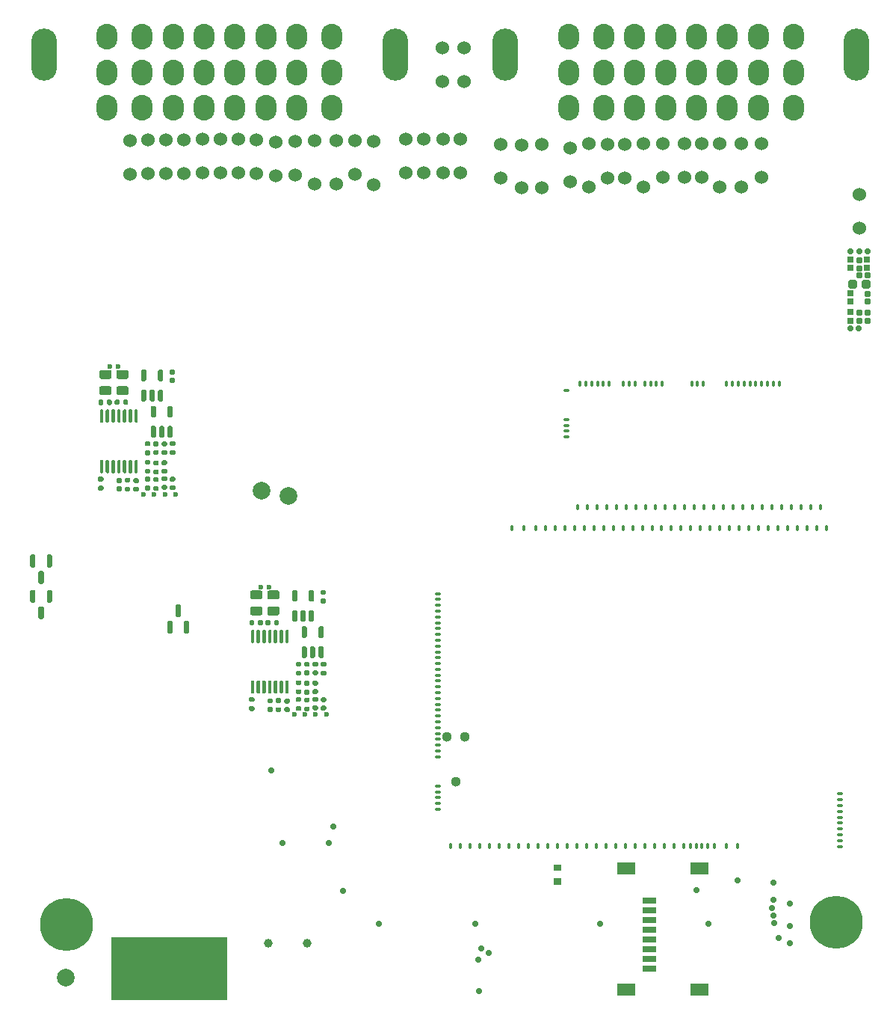
<source format=gbs>
G75*
G70*
%OFA0B0*%
%FSLAX25Y25*%
%IPPOS*%
%LPD*%
%AMOC8*
5,1,8,0,0,1.08239X$1,22.5*
%
%AMM134*
21,1,0.029130,0.018900,-0.000000,0.000000,270.000000*
21,1,0.018900,0.029130,-0.000000,0.000000,270.000000*
1,1,0.010240,-0.009450,-0.009450*
1,1,0.010240,-0.009450,0.009450*
1,1,0.010240,0.009450,0.009450*
1,1,0.010240,0.009450,-0.009450*
%
%AMM152*
21,1,0.038980,0.026770,-0.000000,0.000000,0.000000*
21,1,0.026770,0.038980,-0.000000,0.000000,0.000000*
1,1,0.012210,0.013390,-0.013390*
1,1,0.012210,-0.013390,-0.013390*
1,1,0.012210,-0.013390,0.013390*
1,1,0.012210,0.013390,0.013390*
%
%AMM218*
21,1,0.015350,0.009840,-0.000000,-0.000000,270.000000*
21,1,0.000000,0.025200,-0.000000,-0.000000,270.000000*
1,1,0.015350,-0.004920,-0.000000*
1,1,0.015350,-0.004920,-0.000000*
1,1,0.015350,0.004920,-0.000000*
1,1,0.015350,0.004920,-0.000000*
%
%AMM219*
21,1,0.015350,0.009840,-0.000000,-0.000000,180.000000*
21,1,0.000000,0.025200,-0.000000,-0.000000,180.000000*
1,1,0.015350,-0.000000,0.004920*
1,1,0.015350,-0.000000,0.004920*
1,1,0.015350,-0.000000,-0.004920*
1,1,0.015350,-0.000000,-0.004920*
%
%AMM309*
21,1,0.015350,0.009840,-0.000000,-0.000000,90.000000*
21,1,0.000000,0.025200,-0.000000,-0.000000,90.000000*
1,1,0.015350,0.004920,-0.000000*
1,1,0.015350,0.004920,-0.000000*
1,1,0.015350,-0.004920,-0.000000*
1,1,0.015350,-0.004920,-0.000000*
%
%AMM318*
21,1,0.025200,0.019680,-0.000000,0.000000,0.000000*
21,1,0.015750,0.029130,-0.000000,0.000000,0.000000*
1,1,0.009450,0.007870,-0.009840*
1,1,0.009450,-0.007870,-0.009840*
1,1,0.009450,-0.007870,0.009840*
1,1,0.009450,0.007870,0.009840*
%
%AMM319*
21,1,0.025200,0.019680,-0.000000,0.000000,90.000000*
21,1,0.015750,0.029130,-0.000000,0.000000,90.000000*
1,1,0.009450,0.009840,0.007870*
1,1,0.009450,0.009840,-0.007870*
1,1,0.009450,-0.009840,-0.007870*
1,1,0.009450,-0.009840,0.007870*
%
%ADD10C,0.02362*%
%ADD121C,0.02913*%
%ADD16C,0.06000*%
%ADD17C,0.23622*%
%ADD18C,0.07874*%
%ADD236C,0.04451*%
%ADD280M134*%
%ADD305M152*%
%ADD372M218*%
%ADD373M219*%
%ADD467M309*%
%ADD483M318*%
%ADD484M319*%
%ADD56C,0.03937*%
%ADD67C,0.00472*%
%ADD68O,0.11417X0.23228*%
%ADD69O,0.09449X0.11417*%
%ADD83R,0.05906X0.03150*%
%ADD84R,0.07874X0.05709*%
X0000000Y0000000D02*
%LPD*%
G01*
G36*
X0089961Y0000787D02*
G01*
X0038780Y0000787D01*
X0038780Y0028346D01*
X0089961Y0028346D01*
X0089961Y0000787D01*
G37*
D67*
X0089961Y0000787D02*
X0038780Y0000787D01*
X0038780Y0028346D01*
X0089961Y0028346D01*
X0089961Y0000787D01*
D10*
X0368583Y0299803D03*
X0372126Y0299803D03*
X0376063Y0334055D03*
X0372323Y0334055D03*
X0368583Y0334055D03*
D10*
X0334232Y0045177D03*
X0341456Y0043504D03*
X0333385Y0041339D03*
X0334232Y0037894D03*
X0334527Y0034547D03*
X0341456Y0033268D03*
X0336299Y0028150D03*
X0341456Y0025591D03*
X0318129Y0053839D03*
X0334173Y0052657D03*
D16*
X0302165Y0367106D03*
X0302165Y0382106D03*
D17*
X0018909Y0033933D03*
D16*
X0177953Y0368878D03*
X0177953Y0383878D03*
X0294488Y0367106D03*
X0294488Y0382106D03*
X0095276Y0368878D03*
X0095276Y0383878D03*
X0251772Y0381890D03*
X0251772Y0362598D03*
X0372362Y0344429D03*
X0372362Y0359429D03*
G36*
G01*
X0241339Y0251758D02*
X0242323Y0251758D01*
G75*
G02*
X0242815Y0251266I0000000J-000492D01*
G01*
X0242815Y0251266D01*
G75*
G02*
X0242323Y0250774I-000492J0000000D01*
G01*
X0241339Y0250774D01*
G75*
G02*
X0240846Y0251266I0000000J0000492D01*
G01*
X0240846Y0251266D01*
G75*
G02*
X0241339Y0251758I0000492J0000000D01*
G01*
G37*
G36*
G01*
X0241339Y0254356D02*
X0242323Y0254356D01*
G75*
G02*
X0242815Y0253864I0000000J-000492D01*
G01*
X0242815Y0253864D01*
G75*
G02*
X0242323Y0253372I-000492J0000000D01*
G01*
X0241339Y0253372D01*
G75*
G02*
X0240846Y0253864I0000000J0000492D01*
G01*
X0240846Y0253864D01*
G75*
G02*
X0241339Y0254356I0000492J0000000D01*
G01*
G37*
G36*
G01*
X0241339Y0256955D02*
X0242323Y0256955D01*
G75*
G02*
X0242815Y0256463I0000000J-000492D01*
G01*
X0242815Y0256463D01*
G75*
G02*
X0242323Y0255970I-000492J0000000D01*
G01*
X0241339Y0255970D01*
G75*
G02*
X0240846Y0256463I0000000J0000492D01*
G01*
X0240846Y0256463D01*
G75*
G02*
X0241339Y0256955I0000492J0000000D01*
G01*
G37*
G36*
G01*
X0241339Y0259553D02*
X0242323Y0259553D01*
G75*
G02*
X0242815Y0259061I0000000J-000492D01*
G01*
X0242815Y0259061D01*
G75*
G02*
X0242323Y0258569I-000492J0000000D01*
G01*
X0241339Y0258569D01*
G75*
G02*
X0240846Y0259061I0000000J0000492D01*
G01*
X0240846Y0259061D01*
G75*
G02*
X0241339Y0259553I0000492J0000000D01*
G01*
G37*
G36*
G01*
X0241339Y0272545D02*
X0242323Y0272545D01*
G75*
G02*
X0242815Y0272053I0000000J-000492D01*
G01*
X0242815Y0272053D01*
G75*
G02*
X0242323Y0271561I-000492J0000000D01*
G01*
X0241339Y0271561D01*
G75*
G02*
X0240846Y0272053I0000000J0000492D01*
G01*
X0240846Y0272053D01*
G75*
G02*
X0241339Y0272545I0000492J0000000D01*
G01*
G37*
G36*
G01*
X0354606Y0219400D02*
X0354606Y0220385D01*
G75*
G02*
X0355098Y0220877I0000492J0000000D01*
G01*
X0355098Y0220877D01*
G75*
G02*
X0355591Y0220385I0000000J-000492D01*
G01*
X0355591Y0219400D01*
G75*
G02*
X0355098Y0218908I-000492J0000000D01*
G01*
X0355098Y0218908D01*
G75*
G02*
X0354606Y0219400I0000000J0000492D01*
G01*
G37*
G36*
G01*
X0351260Y0220385D02*
X0351260Y0219400D01*
G75*
G02*
X0350768Y0218908I-000492J0000000D01*
G01*
X0350768Y0218908D01*
G75*
G02*
X0350276Y0219400I0000000J0000492D01*
G01*
X0350276Y0220385D01*
G75*
G02*
X0350768Y0220877I0000492J0000000D01*
G01*
X0350768Y0220877D01*
G75*
G02*
X0351260Y0220385I0000000J-000492D01*
G01*
G37*
G36*
G01*
X0346929Y0220385D02*
X0346929Y0219400D01*
G75*
G02*
X0346437Y0218908I-000492J0000000D01*
G01*
X0346437Y0218908D01*
G75*
G02*
X0345945Y0219400I0000000J0000492D01*
G01*
X0345945Y0220385D01*
G75*
G02*
X0346437Y0220877I0000492J0000000D01*
G01*
X0346437Y0220877D01*
G75*
G02*
X0346929Y0220385I0000000J-000492D01*
G01*
G37*
G36*
G01*
X0342598Y0220385D02*
X0342598Y0219400D01*
G75*
G02*
X0342106Y0218908I-000492J0000000D01*
G01*
X0342106Y0218908D01*
G75*
G02*
X0341614Y0219400I0000000J0000492D01*
G01*
X0341614Y0220385D01*
G75*
G02*
X0342106Y0220877I0000492J0000000D01*
G01*
X0342106Y0220877D01*
G75*
G02*
X0342598Y0220385I0000000J-000492D01*
G01*
G37*
G36*
G01*
X0338268Y0220385D02*
X0338268Y0219400D01*
G75*
G02*
X0337776Y0218908I-000492J0000000D01*
G01*
X0337776Y0218908D01*
G75*
G02*
X0337283Y0219400I0000000J0000492D01*
G01*
X0337283Y0220385D01*
G75*
G02*
X0337776Y0220877I0000492J0000000D01*
G01*
X0337776Y0220877D01*
G75*
G02*
X0338268Y0220385I0000000J-000492D01*
G01*
G37*
G36*
G01*
X0333937Y0220385D02*
X0333937Y0219400D01*
G75*
G02*
X0333445Y0218908I-000492J0000000D01*
G01*
X0333445Y0218908D01*
G75*
G02*
X0332953Y0219400I0000000J0000492D01*
G01*
X0332953Y0220385D01*
G75*
G02*
X0333445Y0220877I0000492J0000000D01*
G01*
X0333445Y0220877D01*
G75*
G02*
X0333937Y0220385I0000000J-000492D01*
G01*
G37*
G36*
G01*
X0329606Y0220385D02*
X0329606Y0219400D01*
G75*
G02*
X0329114Y0218908I-000492J0000000D01*
G01*
X0329114Y0218908D01*
G75*
G02*
X0328622Y0219400I0000000J0000492D01*
G01*
X0328622Y0220385D01*
G75*
G02*
X0329114Y0220877I0000492J0000000D01*
G01*
X0329114Y0220877D01*
G75*
G02*
X0329606Y0220385I0000000J-000492D01*
G01*
G37*
G36*
G01*
X0325276Y0220385D02*
X0325276Y0219400D01*
G75*
G02*
X0324783Y0218908I-000492J0000000D01*
G01*
X0324783Y0218908D01*
G75*
G02*
X0324291Y0219400I0000000J0000492D01*
G01*
X0324291Y0220385D01*
G75*
G02*
X0324783Y0220877I0000492J0000000D01*
G01*
X0324783Y0220877D01*
G75*
G02*
X0325276Y0220385I0000000J-000492D01*
G01*
G37*
G36*
G01*
X0320945Y0220385D02*
X0320945Y0219400D01*
G75*
G02*
X0320453Y0218908I-000492J0000000D01*
G01*
X0320453Y0218908D01*
G75*
G02*
X0319961Y0219400I0000000J0000492D01*
G01*
X0319961Y0220385D01*
G75*
G02*
X0320453Y0220877I0000492J0000000D01*
G01*
X0320453Y0220877D01*
G75*
G02*
X0320945Y0220385I0000000J-000492D01*
G01*
G37*
G36*
G01*
X0316614Y0220385D02*
X0316614Y0219400D01*
G75*
G02*
X0316122Y0218908I-000492J0000000D01*
G01*
X0316122Y0218908D01*
G75*
G02*
X0315630Y0219400I0000000J0000492D01*
G01*
X0315630Y0220385D01*
G75*
G02*
X0316122Y0220877I0000492J0000000D01*
G01*
X0316122Y0220877D01*
G75*
G02*
X0316614Y0220385I0000000J-000492D01*
G01*
G37*
G36*
G01*
X0312284Y0220385D02*
X0312284Y0219400D01*
G75*
G02*
X0311791Y0218908I-000492J0000000D01*
G01*
X0311791Y0218908D01*
G75*
G02*
X0311299Y0219400I0000000J0000492D01*
G01*
X0311299Y0220385D01*
G75*
G02*
X0311791Y0220877I0000492J0000000D01*
G01*
X0311791Y0220877D01*
G75*
G02*
X0312284Y0220385I0000000J-000492D01*
G01*
G37*
G36*
G01*
X0307953Y0220385D02*
X0307953Y0219400D01*
G75*
G02*
X0307461Y0218908I-000492J0000000D01*
G01*
X0307461Y0218908D01*
G75*
G02*
X0306969Y0219400I0000000J0000492D01*
G01*
X0306969Y0220385D01*
G75*
G02*
X0307461Y0220877I0000492J0000000D01*
G01*
X0307461Y0220877D01*
G75*
G02*
X0307953Y0220385I0000000J-000492D01*
G01*
G37*
G36*
G01*
X0303622Y0220385D02*
X0303622Y0219400D01*
G75*
G02*
X0303130Y0218908I-000492J0000000D01*
G01*
X0303130Y0218908D01*
G75*
G02*
X0302638Y0219400I0000000J0000492D01*
G01*
X0302638Y0220385D01*
G75*
G02*
X0303130Y0220877I0000492J0000000D01*
G01*
X0303130Y0220877D01*
G75*
G02*
X0303622Y0220385I0000000J-000492D01*
G01*
G37*
G36*
G01*
X0299291Y0220385D02*
X0299291Y0219400D01*
G75*
G02*
X0298799Y0218908I-000492J0000000D01*
G01*
X0298799Y0218908D01*
G75*
G02*
X0298307Y0219400I0000000J0000492D01*
G01*
X0298307Y0220385D01*
G75*
G02*
X0298799Y0220877I0000492J0000000D01*
G01*
X0298799Y0220877D01*
G75*
G02*
X0299291Y0220385I0000000J-000492D01*
G01*
G37*
G36*
G01*
X0294961Y0220385D02*
X0294961Y0219400D01*
G75*
G02*
X0294469Y0218908I-000492J0000000D01*
G01*
X0294469Y0218908D01*
G75*
G02*
X0293976Y0219400I0000000J0000492D01*
G01*
X0293976Y0220385D01*
G75*
G02*
X0294469Y0220877I0000492J0000000D01*
G01*
X0294469Y0220877D01*
G75*
G02*
X0294961Y0220385I0000000J-000492D01*
G01*
G37*
G36*
G01*
X0290630Y0220385D02*
X0290630Y0219400D01*
G75*
G02*
X0290138Y0218908I-000492J0000000D01*
G01*
X0290138Y0218908D01*
G75*
G02*
X0289646Y0219400I0000000J0000492D01*
G01*
X0289646Y0220385D01*
G75*
G02*
X0290138Y0220877I0000492J0000000D01*
G01*
X0290138Y0220877D01*
G75*
G02*
X0290630Y0220385I0000000J-000492D01*
G01*
G37*
G36*
G01*
X0286299Y0220385D02*
X0286299Y0219400D01*
G75*
G02*
X0285807Y0218908I-000492J0000000D01*
G01*
X0285807Y0218908D01*
G75*
G02*
X0285315Y0219400I0000000J0000492D01*
G01*
X0285315Y0220385D01*
G75*
G02*
X0285807Y0220877I0000492J0000000D01*
G01*
X0285807Y0220877D01*
G75*
G02*
X0286299Y0220385I0000000J-000492D01*
G01*
G37*
G36*
G01*
X0281969Y0220385D02*
X0281969Y0219400D01*
G75*
G02*
X0281476Y0218908I-000492J0000000D01*
G01*
X0281476Y0218908D01*
G75*
G02*
X0280984Y0219400I0000000J0000492D01*
G01*
X0280984Y0220385D01*
G75*
G02*
X0281476Y0220877I0000492J0000000D01*
G01*
X0281476Y0220877D01*
G75*
G02*
X0281969Y0220385I0000000J-000492D01*
G01*
G37*
G36*
G01*
X0277638Y0220385D02*
X0277638Y0219400D01*
G75*
G02*
X0277146Y0218908I-000492J0000000D01*
G01*
X0277146Y0218908D01*
G75*
G02*
X0276654Y0219400I0000000J0000492D01*
G01*
X0276654Y0220385D01*
G75*
G02*
X0277146Y0220877I0000492J0000000D01*
G01*
X0277146Y0220877D01*
G75*
G02*
X0277638Y0220385I0000000J-000492D01*
G01*
G37*
G36*
G01*
X0273307Y0220385D02*
X0273307Y0219400D01*
G75*
G02*
X0272815Y0218908I-000492J0000000D01*
G01*
X0272815Y0218908D01*
G75*
G02*
X0272323Y0219400I0000000J0000492D01*
G01*
X0272323Y0220385D01*
G75*
G02*
X0272815Y0220877I0000492J0000000D01*
G01*
X0272815Y0220877D01*
G75*
G02*
X0273307Y0220385I0000000J-000492D01*
G01*
G37*
G36*
G01*
X0268977Y0220385D02*
X0268977Y0219400D01*
G75*
G02*
X0268484Y0218908I-000492J0000000D01*
G01*
X0268484Y0218908D01*
G75*
G02*
X0267992Y0219400I0000000J0000492D01*
G01*
X0267992Y0220385D01*
G75*
G02*
X0268484Y0220877I0000492J0000000D01*
G01*
X0268484Y0220877D01*
G75*
G02*
X0268977Y0220385I0000000J-000492D01*
G01*
G37*
G36*
G01*
X0264646Y0220385D02*
X0264646Y0219400D01*
G75*
G02*
X0264154Y0218908I-000492J0000000D01*
G01*
X0264154Y0218908D01*
G75*
G02*
X0263662Y0219400I0000000J0000492D01*
G01*
X0263662Y0220385D01*
G75*
G02*
X0264154Y0220877I0000492J0000000D01*
G01*
X0264154Y0220877D01*
G75*
G02*
X0264646Y0220385I0000000J-000492D01*
G01*
G37*
G36*
G01*
X0260315Y0220385D02*
X0260315Y0219400D01*
G75*
G02*
X0259823Y0218908I-000492J0000000D01*
G01*
X0259823Y0218908D01*
G75*
G02*
X0259331Y0219400I0000000J0000492D01*
G01*
X0259331Y0220385D01*
G75*
G02*
X0259823Y0220877I0000492J0000000D01*
G01*
X0259823Y0220877D01*
G75*
G02*
X0260315Y0220385I0000000J-000492D01*
G01*
G37*
G36*
G01*
X0255984Y0220385D02*
X0255984Y0219400D01*
G75*
G02*
X0255492Y0218908I-000492J0000000D01*
G01*
X0255492Y0218908D01*
G75*
G02*
X0255000Y0219400I0000000J0000492D01*
G01*
X0255000Y0220385D01*
G75*
G02*
X0255492Y0220877I0000492J0000000D01*
G01*
X0255492Y0220877D01*
G75*
G02*
X0255984Y0220385I0000000J-000492D01*
G01*
G37*
G36*
G01*
X0251654Y0220385D02*
X0251654Y0219400D01*
G75*
G02*
X0251162Y0218908I-000492J0000000D01*
G01*
X0251162Y0218908D01*
G75*
G02*
X0250669Y0219400I0000000J0000492D01*
G01*
X0250669Y0220385D01*
G75*
G02*
X0251162Y0220877I0000492J0000000D01*
G01*
X0251162Y0220877D01*
G75*
G02*
X0251654Y0220385I0000000J-000492D01*
G01*
G37*
G36*
G01*
X0247323Y0220385D02*
X0247323Y0219400D01*
G75*
G02*
X0246831Y0218908I-000492J0000000D01*
G01*
X0246831Y0218908D01*
G75*
G02*
X0246339Y0219400I0000000J0000492D01*
G01*
X0246339Y0220385D01*
G75*
G02*
X0246831Y0220877I0000492J0000000D01*
G01*
X0246831Y0220877D01*
G75*
G02*
X0247323Y0220385I0000000J-000492D01*
G01*
G37*
G36*
G01*
X0248311Y0275353D02*
X0248311Y0274369D01*
G75*
G02*
X0247819Y0273877I-000492J0000000D01*
G01*
X0247819Y0273877D01*
G75*
G02*
X0247327Y0274369I0000000J0000492D01*
G01*
X0247327Y0275353D01*
G75*
G02*
X0247819Y0275845I0000492J0000000D01*
G01*
X0247819Y0275845D01*
G75*
G02*
X0248311Y0275353I0000000J-000492D01*
G01*
G37*
G36*
G01*
X0250909Y0275353D02*
X0250909Y0274369D01*
G75*
G02*
X0250417Y0273877I-000492J0000000D01*
G01*
X0250417Y0273877D01*
G75*
G02*
X0249925Y0274369I0000000J0000492D01*
G01*
X0249925Y0275353D01*
G75*
G02*
X0250417Y0275845I0000492J0000000D01*
G01*
X0250417Y0275845D01*
G75*
G02*
X0250909Y0275353I0000000J-000492D01*
G01*
G37*
G36*
G01*
X0253508Y0275353D02*
X0253508Y0274369D01*
G75*
G02*
X0253016Y0273877I-000492J0000000D01*
G01*
X0253016Y0273877D01*
G75*
G02*
X0252524Y0274369I0000000J0000492D01*
G01*
X0252524Y0275353D01*
G75*
G02*
X0253016Y0275845I0000492J0000000D01*
G01*
X0253016Y0275845D01*
G75*
G02*
X0253508Y0275353I0000000J-000492D01*
G01*
G37*
G36*
G01*
X0256106Y0275353D02*
X0256106Y0274369D01*
G75*
G02*
X0255614Y0273877I-000492J0000000D01*
G01*
X0255614Y0273877D01*
G75*
G02*
X0255122Y0274369I0000000J0000492D01*
G01*
X0255122Y0275353D01*
G75*
G02*
X0255614Y0275845I0000492J0000000D01*
G01*
X0255614Y0275845D01*
G75*
G02*
X0256106Y0275353I0000000J-000492D01*
G01*
G37*
G36*
G01*
X0258705Y0275353D02*
X0258705Y0274369D01*
G75*
G02*
X0258213Y0273877I-000492J0000000D01*
G01*
X0258213Y0273877D01*
G75*
G02*
X0257720Y0274369I0000000J0000492D01*
G01*
X0257720Y0275353D01*
G75*
G02*
X0258213Y0275845I0000492J0000000D01*
G01*
X0258213Y0275845D01*
G75*
G02*
X0258705Y0275353I0000000J-000492D01*
G01*
G37*
G36*
G01*
X0261303Y0275353D02*
X0261303Y0274369D01*
G75*
G02*
X0260811Y0273877I-000492J0000000D01*
G01*
X0260811Y0273877D01*
G75*
G02*
X0260319Y0274369I0000000J0000492D01*
G01*
X0260319Y0275353D01*
G75*
G02*
X0260811Y0275845I0000492J0000000D01*
G01*
X0260811Y0275845D01*
G75*
G02*
X0261303Y0275353I0000000J-000492D01*
G01*
G37*
G36*
G01*
X0267606Y0275353D02*
X0267606Y0274369D01*
G75*
G02*
X0267114Y0273877I-000492J0000000D01*
G01*
X0267114Y0273877D01*
G75*
G02*
X0266622Y0274369I0000000J0000492D01*
G01*
X0266622Y0275353D01*
G75*
G02*
X0267114Y0275845I0000492J0000000D01*
G01*
X0267114Y0275845D01*
G75*
G02*
X0267606Y0275353I0000000J-000492D01*
G01*
G37*
G36*
G01*
X0270205Y0275353D02*
X0270205Y0274369D01*
G75*
G02*
X0269713Y0273877I-000492J0000000D01*
G01*
X0269713Y0273877D01*
G75*
G02*
X0269220Y0274369I0000000J0000492D01*
G01*
X0269220Y0275353D01*
G75*
G02*
X0269713Y0275845I0000492J0000000D01*
G01*
X0269713Y0275845D01*
G75*
G02*
X0270205Y0275353I0000000J-000492D01*
G01*
G37*
G36*
G01*
X0272803Y0275353D02*
X0272803Y0274369D01*
G75*
G02*
X0272311Y0273877I-000492J0000000D01*
G01*
X0272311Y0273877D01*
G75*
G02*
X0271819Y0274369I0000000J0000492D01*
G01*
X0271819Y0275353D01*
G75*
G02*
X0272311Y0275845I0000492J0000000D01*
G01*
X0272311Y0275845D01*
G75*
G02*
X0272803Y0275353I0000000J-000492D01*
G01*
G37*
G36*
G01*
X0277216Y0275353D02*
X0277216Y0274369D01*
G75*
G02*
X0276724Y0273877I-000492J0000000D01*
G01*
X0276724Y0273877D01*
G75*
G02*
X0276232Y0274369I0000000J0000492D01*
G01*
X0276232Y0275353D01*
G75*
G02*
X0276724Y0275845I0000492J0000000D01*
G01*
X0276724Y0275845D01*
G75*
G02*
X0277216Y0275353I0000000J-000492D01*
G01*
G37*
G36*
G01*
X0279815Y0275353D02*
X0279815Y0274369D01*
G75*
G02*
X0279322Y0273877I-000492J0000000D01*
G01*
X0279322Y0273877D01*
G75*
G02*
X0278830Y0274369I0000000J0000492D01*
G01*
X0278830Y0275353D01*
G75*
G02*
X0279322Y0275845I0000492J0000000D01*
G01*
X0279322Y0275845D01*
G75*
G02*
X0279815Y0275353I0000000J-000492D01*
G01*
G37*
G36*
G01*
X0282413Y0275353D02*
X0282413Y0274369D01*
G75*
G02*
X0281921Y0273877I-000492J0000000D01*
G01*
X0281921Y0273877D01*
G75*
G02*
X0281429Y0274369I0000000J0000492D01*
G01*
X0281429Y0275353D01*
G75*
G02*
X0281921Y0275845I0000492J0000000D01*
G01*
X0281921Y0275845D01*
G75*
G02*
X0282413Y0275353I0000000J-000492D01*
G01*
G37*
G36*
G01*
X0285011Y0275353D02*
X0285011Y0274369D01*
G75*
G02*
X0284519Y0273877I-000492J0000000D01*
G01*
X0284519Y0273877D01*
G75*
G02*
X0284027Y0274369I0000000J0000492D01*
G01*
X0284027Y0275353D01*
G75*
G02*
X0284519Y0275845I0000492J0000000D01*
G01*
X0284519Y0275845D01*
G75*
G02*
X0285011Y0275353I0000000J-000492D01*
G01*
G37*
G36*
G01*
X0298106Y0275353D02*
X0298106Y0274369D01*
G75*
G02*
X0297614Y0273877I-000492J0000000D01*
G01*
X0297614Y0273877D01*
G75*
G02*
X0297122Y0274369I0000000J0000492D01*
G01*
X0297122Y0275353D01*
G75*
G02*
X0297614Y0275845I0000492J0000000D01*
G01*
X0297614Y0275845D01*
G75*
G02*
X0298106Y0275353I0000000J-000492D01*
G01*
G37*
G36*
G01*
X0300705Y0275353D02*
X0300705Y0274369D01*
G75*
G02*
X0300213Y0273877I-000492J0000000D01*
G01*
X0300213Y0273877D01*
G75*
G02*
X0299720Y0274369I0000000J0000492D01*
G01*
X0299720Y0275353D01*
G75*
G02*
X0300213Y0275845I0000492J0000000D01*
G01*
X0300213Y0275845D01*
G75*
G02*
X0300705Y0275353I0000000J-000492D01*
G01*
G37*
G36*
G01*
X0303303Y0275353D02*
X0303303Y0274369D01*
G75*
G02*
X0302811Y0273877I-000492J0000000D01*
G01*
X0302811Y0273877D01*
G75*
G02*
X0302319Y0274369I0000000J0000492D01*
G01*
X0302319Y0275353D01*
G75*
G02*
X0302811Y0275845I0000492J0000000D01*
G01*
X0302811Y0275845D01*
G75*
G02*
X0303303Y0275353I0000000J-000492D01*
G01*
G37*
G36*
G01*
X0313720Y0275353D02*
X0313720Y0274369D01*
G75*
G02*
X0313228Y0273877I-000492J0000000D01*
G01*
X0313228Y0273877D01*
G75*
G02*
X0312736Y0274369I0000000J0000492D01*
G01*
X0312736Y0275353D01*
G75*
G02*
X0313228Y0275845I0000492J0000000D01*
G01*
X0313228Y0275845D01*
G75*
G02*
X0313720Y0275353I0000000J-000492D01*
G01*
G37*
G36*
G01*
X0316319Y0275353D02*
X0316319Y0274369D01*
G75*
G02*
X0315827Y0273877I-000492J0000000D01*
G01*
X0315827Y0273877D01*
G75*
G02*
X0315335Y0274369I0000000J0000492D01*
G01*
X0315335Y0275353D01*
G75*
G02*
X0315827Y0275845I0000492J0000000D01*
G01*
X0315827Y0275845D01*
G75*
G02*
X0316319Y0275353I0000000J-000492D01*
G01*
G37*
G36*
G01*
X0318917Y0275353D02*
X0318917Y0274369D01*
G75*
G02*
X0318425Y0273877I-000492J0000000D01*
G01*
X0318425Y0273877D01*
G75*
G02*
X0317933Y0274369I0000000J0000492D01*
G01*
X0317933Y0275353D01*
G75*
G02*
X0318425Y0275845I0000492J0000000D01*
G01*
X0318425Y0275845D01*
G75*
G02*
X0318917Y0275353I0000000J-000492D01*
G01*
G37*
G36*
G01*
X0321516Y0275353D02*
X0321516Y0274369D01*
G75*
G02*
X0321024Y0273877I-000492J0000000D01*
G01*
X0321024Y0273877D01*
G75*
G02*
X0320531Y0274369I0000000J0000492D01*
G01*
X0320531Y0275353D01*
G75*
G02*
X0321024Y0275845I0000492J0000000D01*
G01*
X0321024Y0275845D01*
G75*
G02*
X0321516Y0275353I0000000J-000492D01*
G01*
G37*
G36*
G01*
X0324114Y0275353D02*
X0324114Y0274369D01*
G75*
G02*
X0323622Y0273877I-000492J0000000D01*
G01*
X0323622Y0273877D01*
G75*
G02*
X0323130Y0274369I0000000J0000492D01*
G01*
X0323130Y0275353D01*
G75*
G02*
X0323622Y0275845I0000492J0000000D01*
G01*
X0323622Y0275845D01*
G75*
G02*
X0324114Y0275353I0000000J-000492D01*
G01*
G37*
G36*
G01*
X0326713Y0275353D02*
X0326713Y0274369D01*
G75*
G02*
X0326220Y0273877I-000492J0000000D01*
G01*
X0326220Y0273877D01*
G75*
G02*
X0325728Y0274369I0000000J0000492D01*
G01*
X0325728Y0275353D01*
G75*
G02*
X0326220Y0275845I0000492J0000000D01*
G01*
X0326220Y0275845D01*
G75*
G02*
X0326713Y0275353I0000000J-000492D01*
G01*
G37*
G36*
G01*
X0329311Y0275353D02*
X0329311Y0274369D01*
G75*
G02*
X0328819Y0273877I-000492J0000000D01*
G01*
X0328819Y0273877D01*
G75*
G02*
X0328327Y0274369I0000000J0000492D01*
G01*
X0328327Y0275353D01*
G75*
G02*
X0328819Y0275845I0000492J0000000D01*
G01*
X0328819Y0275845D01*
G75*
G02*
X0329311Y0275353I0000000J-000492D01*
G01*
G37*
G36*
G01*
X0331909Y0275353D02*
X0331909Y0274369D01*
G75*
G02*
X0331417Y0273877I-000492J0000000D01*
G01*
X0331417Y0273877D01*
G75*
G02*
X0330925Y0274369I0000000J0000492D01*
G01*
X0330925Y0275353D01*
G75*
G02*
X0331417Y0275845I0000492J0000000D01*
G01*
X0331417Y0275845D01*
G75*
G02*
X0331909Y0275353I0000000J-000492D01*
G01*
G37*
G36*
G01*
X0334508Y0275353D02*
X0334508Y0274369D01*
G75*
G02*
X0334016Y0273877I-000492J0000000D01*
G01*
X0334016Y0273877D01*
G75*
G02*
X0333524Y0274369I0000000J0000492D01*
G01*
X0333524Y0275353D01*
G75*
G02*
X0334016Y0275845I0000492J0000000D01*
G01*
X0334016Y0275845D01*
G75*
G02*
X0334508Y0275353I0000000J-000492D01*
G01*
G37*
G36*
G01*
X0337106Y0275353D02*
X0337106Y0274369D01*
G75*
G02*
X0336614Y0273877I-000492J0000000D01*
G01*
X0336614Y0273877D01*
G75*
G02*
X0336122Y0274369I0000000J0000492D01*
G01*
X0336122Y0275353D01*
G75*
G02*
X0336614Y0275845I0000492J0000000D01*
G01*
X0336614Y0275845D01*
G75*
G02*
X0337106Y0275353I0000000J-000492D01*
G01*
G37*
D68*
X0165354Y0421654D03*
X0008661Y0421654D03*
D69*
X0036811Y0398031D03*
X0052559Y0398031D03*
X0066339Y0398031D03*
X0080118Y0398031D03*
X0093898Y0398031D03*
X0107677Y0398031D03*
X0121457Y0398031D03*
X0137205Y0398031D03*
X0036811Y0413780D03*
X0052559Y0413780D03*
X0066339Y0413780D03*
X0080118Y0413780D03*
X0093898Y0413780D03*
X0107677Y0413780D03*
X0121457Y0413780D03*
X0137205Y0413780D03*
X0036811Y0429528D03*
X0052559Y0429528D03*
X0066339Y0429528D03*
X0080118Y0429528D03*
X0093898Y0429528D03*
X0107677Y0429528D03*
X0121457Y0429528D03*
X0137205Y0429528D03*
D16*
X0186417Y0424823D03*
X0186417Y0409823D03*
X0170079Y0383878D03*
X0170079Y0368878D03*
D56*
X0125984Y0025591D03*
X0108661Y0025591D03*
D16*
X0267913Y0366713D03*
X0267913Y0381713D03*
X0087402Y0368878D03*
X0087402Y0383878D03*
X0284843Y0366909D03*
X0284843Y0381909D03*
X0047047Y0368484D03*
X0047047Y0383484D03*
D10*
X0203740Y0023327D03*
X0207185Y0021260D03*
X0202559Y0018307D03*
X0202854Y0004331D03*
X0109992Y0102693D03*
X0115208Y0070311D03*
X0135809Y0070380D03*
X0137748Y0077791D03*
X0142177Y0048854D03*
D10*
X0125197Y0127559D03*
X0120472Y0127559D03*
X0129921Y0127559D03*
X0134646Y0127559D03*
X0109213Y0184350D03*
X0105276Y0184350D03*
D16*
X0260236Y0366713D03*
X0260236Y0381713D03*
X0112205Y0367697D03*
X0112205Y0382697D03*
X0129528Y0383464D03*
X0129528Y0364173D03*
X0055118Y0368681D03*
X0055118Y0383681D03*
X0212402Y0366713D03*
X0212402Y0381713D03*
X0103346Y0368681D03*
X0103346Y0383681D03*
X0319669Y0381870D03*
X0319669Y0362579D03*
X0063189Y0368681D03*
X0063189Y0383681D03*
X0275984Y0381890D03*
X0275984Y0362598D03*
X0120866Y0367894D03*
X0120866Y0382894D03*
D17*
X0362000Y0034933D03*
D16*
X0071063Y0368681D03*
X0071063Y0383681D03*
X0079528Y0368878D03*
X0079528Y0383878D03*
X0155906Y0383071D03*
X0155906Y0363779D03*
X0147441Y0368484D03*
X0147441Y0383484D03*
X0186614Y0383878D03*
X0186614Y0368878D03*
G36*
G01*
X0184096Y0085841D02*
X0185081Y0085841D01*
G75*
G02*
X0185573Y0085349I0000000J-000492D01*
G01*
X0185573Y0085349D01*
G75*
G02*
X0185081Y0084857I-000492J0000000D01*
G01*
X0184096Y0084857D01*
G75*
G02*
X0183604Y0085349I0000000J0000492D01*
G01*
X0183604Y0085349D01*
G75*
G02*
X0184096Y0085841I0000492J0000000D01*
G01*
G37*
G36*
G01*
X0185081Y0087455D02*
X0184096Y0087455D01*
G75*
G02*
X0183604Y0087947I0000000J0000492D01*
G01*
X0183604Y0087947D01*
G75*
G02*
X0184096Y0088439I0000492J0000000D01*
G01*
X0185081Y0088439D01*
G75*
G02*
X0185573Y0087947I0000000J-000492D01*
G01*
X0185573Y0087947D01*
G75*
G02*
X0185081Y0087455I-000492J0000000D01*
G01*
G37*
G36*
G01*
X0185081Y0090054D02*
X0184096Y0090054D01*
G75*
G02*
X0183604Y0090546I0000000J0000492D01*
G01*
X0183604Y0090546D01*
G75*
G02*
X0184096Y0091038I0000492J0000000D01*
G01*
X0185081Y0091038D01*
G75*
G02*
X0185573Y0090546I0000000J-000492D01*
G01*
X0185573Y0090546D01*
G75*
G02*
X0185081Y0090054I-000492J0000000D01*
G01*
G37*
G36*
G01*
X0185081Y0092652D02*
X0184096Y0092652D01*
G75*
G02*
X0183604Y0093144I0000000J0000492D01*
G01*
X0183604Y0093144D01*
G75*
G02*
X0184096Y0093636I0000492J0000000D01*
G01*
X0185081Y0093636D01*
G75*
G02*
X0185573Y0093144I0000000J-000492D01*
G01*
X0185573Y0093144D01*
G75*
G02*
X0185081Y0092652I-000492J0000000D01*
G01*
G37*
G36*
G01*
X0185081Y0095250D02*
X0184096Y0095250D01*
G75*
G02*
X0183604Y0095743I0000000J0000492D01*
G01*
X0183604Y0095743D01*
G75*
G02*
X0184096Y0096235I0000492J0000000D01*
G01*
X0185081Y0096235D01*
G75*
G02*
X0185573Y0095743I0000000J-000492D01*
G01*
X0185573Y0095743D01*
G75*
G02*
X0185081Y0095250I-000492J0000000D01*
G01*
G37*
G36*
G01*
X0185081Y0108243D02*
X0184096Y0108243D01*
G75*
G02*
X0183604Y0108735I0000000J0000492D01*
G01*
X0183604Y0108735D01*
G75*
G02*
X0184096Y0109227I0000492J0000000D01*
G01*
X0185081Y0109227D01*
G75*
G02*
X0185573Y0108735I0000000J-000492D01*
G01*
X0185573Y0108735D01*
G75*
G02*
X0185081Y0108243I-000492J0000000D01*
G01*
G37*
G36*
G01*
X0185081Y0110841D02*
X0184096Y0110841D01*
G75*
G02*
X0183604Y0111333I0000000J0000492D01*
G01*
X0183604Y0111333D01*
G75*
G02*
X0184096Y0111825I0000492J0000000D01*
G01*
X0185081Y0111825D01*
G75*
G02*
X0185573Y0111333I0000000J-000492D01*
G01*
X0185573Y0111333D01*
G75*
G02*
X0185081Y0110841I-000492J0000000D01*
G01*
G37*
G36*
G01*
X0185081Y0113439D02*
X0184096Y0113439D01*
G75*
G02*
X0183604Y0113932I0000000J0000492D01*
G01*
X0183604Y0113932D01*
G75*
G02*
X0184096Y0114424I0000492J0000000D01*
G01*
X0185081Y0114424D01*
G75*
G02*
X0185573Y0113932I0000000J-000492D01*
G01*
X0185573Y0113932D01*
G75*
G02*
X0185081Y0113439I-000492J0000000D01*
G01*
G37*
G36*
G01*
X0185081Y0116038D02*
X0184096Y0116038D01*
G75*
G02*
X0183604Y0116530I0000000J0000492D01*
G01*
X0183604Y0116530D01*
G75*
G02*
X0184096Y0117022I0000492J0000000D01*
G01*
X0185081Y0117022D01*
G75*
G02*
X0185573Y0116530I0000000J-000492D01*
G01*
X0185573Y0116530D01*
G75*
G02*
X0185081Y0116038I-000492J0000000D01*
G01*
G37*
G36*
G01*
X0185081Y0118636D02*
X0184096Y0118636D01*
G75*
G02*
X0183604Y0119128I0000000J0000492D01*
G01*
X0183604Y0119128D01*
G75*
G02*
X0184096Y0119621I0000492J0000000D01*
G01*
X0185081Y0119621D01*
G75*
G02*
X0185573Y0119128I0000000J-000492D01*
G01*
X0185573Y0119128D01*
G75*
G02*
X0185081Y0118636I-000492J0000000D01*
G01*
G37*
G36*
G01*
X0185081Y0121235D02*
X0184096Y0121235D01*
G75*
G02*
X0183604Y0121727I0000000J0000492D01*
G01*
X0183604Y0121727D01*
G75*
G02*
X0184096Y0122219I0000492J0000000D01*
G01*
X0185081Y0122219D01*
G75*
G02*
X0185573Y0121727I0000000J-000492D01*
G01*
X0185573Y0121727D01*
G75*
G02*
X0185081Y0121235I-000492J0000000D01*
G01*
G37*
G36*
G01*
X0185081Y0123833D02*
X0184096Y0123833D01*
G75*
G02*
X0183604Y0124325I0000000J0000492D01*
G01*
X0183604Y0124325D01*
G75*
G02*
X0184096Y0124817I0000492J0000000D01*
G01*
X0185081Y0124817D01*
G75*
G02*
X0185573Y0124325I0000000J-000492D01*
G01*
X0185573Y0124325D01*
G75*
G02*
X0185081Y0123833I-000492J0000000D01*
G01*
G37*
G36*
G01*
X0185081Y0126432D02*
X0184096Y0126432D01*
G75*
G02*
X0183604Y0126924I0000000J0000492D01*
G01*
X0183604Y0126924D01*
G75*
G02*
X0184096Y0127416I0000492J0000000D01*
G01*
X0185081Y0127416D01*
G75*
G02*
X0185573Y0126924I0000000J-000492D01*
G01*
X0185573Y0126924D01*
G75*
G02*
X0185081Y0126432I-000492J0000000D01*
G01*
G37*
G36*
G01*
X0185081Y0129030D02*
X0184096Y0129030D01*
G75*
G02*
X0183604Y0129522I0000000J0000492D01*
G01*
X0183604Y0129522D01*
G75*
G02*
X0184096Y0130014I0000492J0000000D01*
G01*
X0185081Y0130014D01*
G75*
G02*
X0185573Y0129522I0000000J-000492D01*
G01*
X0185573Y0129522D01*
G75*
G02*
X0185081Y0129030I-000492J0000000D01*
G01*
G37*
G36*
G01*
X0185081Y0131628D02*
X0184096Y0131628D01*
G75*
G02*
X0183604Y0132121I0000000J0000492D01*
G01*
X0183604Y0132121D01*
G75*
G02*
X0184096Y0132613I0000492J0000000D01*
G01*
X0185081Y0132613D01*
G75*
G02*
X0185573Y0132121I0000000J-000492D01*
G01*
X0185573Y0132121D01*
G75*
G02*
X0185081Y0131628I-000492J0000000D01*
G01*
G37*
G36*
G01*
X0185081Y0134227D02*
X0184096Y0134227D01*
G75*
G02*
X0183604Y0134719I0000000J0000492D01*
G01*
X0183604Y0134719D01*
G75*
G02*
X0184096Y0135211I0000492J0000000D01*
G01*
X0185081Y0135211D01*
G75*
G02*
X0185573Y0134719I0000000J-000492D01*
G01*
X0185573Y0134719D01*
G75*
G02*
X0185081Y0134227I-000492J0000000D01*
G01*
G37*
G36*
G01*
X0185081Y0136825D02*
X0184096Y0136825D01*
G75*
G02*
X0183604Y0137317I0000000J0000492D01*
G01*
X0183604Y0137317D01*
G75*
G02*
X0184096Y0137810I0000492J0000000D01*
G01*
X0185081Y0137810D01*
G75*
G02*
X0185573Y0137317I0000000J-000492D01*
G01*
X0185573Y0137317D01*
G75*
G02*
X0185081Y0136825I-000492J0000000D01*
G01*
G37*
G36*
G01*
X0185081Y0139424D02*
X0184096Y0139424D01*
G75*
G02*
X0183604Y0139916I0000000J0000492D01*
G01*
X0183604Y0139916D01*
G75*
G02*
X0184096Y0140408I0000492J0000000D01*
G01*
X0185081Y0140408D01*
G75*
G02*
X0185573Y0139916I0000000J-000492D01*
G01*
X0185573Y0139916D01*
G75*
G02*
X0185081Y0139424I-000492J0000000D01*
G01*
G37*
G36*
G01*
X0185081Y0142022D02*
X0184096Y0142022D01*
G75*
G02*
X0183604Y0142514I0000000J0000492D01*
G01*
X0183604Y0142514D01*
G75*
G02*
X0184096Y0143006I0000492J0000000D01*
G01*
X0185081Y0143006D01*
G75*
G02*
X0185573Y0142514I0000000J-000492D01*
G01*
X0185573Y0142514D01*
G75*
G02*
X0185081Y0142022I-000492J0000000D01*
G01*
G37*
G36*
G01*
X0185081Y0144621D02*
X0184096Y0144621D01*
G75*
G02*
X0183604Y0145113I0000000J0000492D01*
G01*
X0183604Y0145113D01*
G75*
G02*
X0184096Y0145605I0000492J0000000D01*
G01*
X0185081Y0145605D01*
G75*
G02*
X0185573Y0145113I0000000J-000492D01*
G01*
X0185573Y0145113D01*
G75*
G02*
X0185081Y0144621I-000492J0000000D01*
G01*
G37*
G36*
G01*
X0185081Y0147219D02*
X0184096Y0147219D01*
G75*
G02*
X0183604Y0147711I0000000J0000492D01*
G01*
X0183604Y0147711D01*
G75*
G02*
X0184096Y0148203I0000492J0000000D01*
G01*
X0185081Y0148203D01*
G75*
G02*
X0185573Y0147711I0000000J-000492D01*
G01*
X0185573Y0147711D01*
G75*
G02*
X0185081Y0147219I-000492J0000000D01*
G01*
G37*
G36*
G01*
X0185081Y0149817D02*
X0184096Y0149817D01*
G75*
G02*
X0183604Y0150310I0000000J0000492D01*
G01*
X0183604Y0150310D01*
G75*
G02*
X0184096Y0150802I0000492J0000000D01*
G01*
X0185081Y0150802D01*
G75*
G02*
X0185573Y0150310I0000000J-000492D01*
G01*
X0185573Y0150310D01*
G75*
G02*
X0185081Y0149817I-000492J0000000D01*
G01*
G37*
G36*
G01*
X0185081Y0152416D02*
X0184096Y0152416D01*
G75*
G02*
X0183604Y0152908I0000000J0000492D01*
G01*
X0183604Y0152908D01*
G75*
G02*
X0184096Y0153400I0000492J0000000D01*
G01*
X0185081Y0153400D01*
G75*
G02*
X0185573Y0152908I0000000J-000492D01*
G01*
X0185573Y0152908D01*
G75*
G02*
X0185081Y0152416I-000492J0000000D01*
G01*
G37*
G36*
G01*
X0185081Y0155014D02*
X0184096Y0155014D01*
G75*
G02*
X0183604Y0155506I0000000J0000492D01*
G01*
X0183604Y0155506D01*
G75*
G02*
X0184096Y0155999I0000492J0000000D01*
G01*
X0185081Y0155999D01*
G75*
G02*
X0185573Y0155506I0000000J-000492D01*
G01*
X0185573Y0155506D01*
G75*
G02*
X0185081Y0155014I-000492J0000000D01*
G01*
G37*
G36*
G01*
X0185081Y0157613D02*
X0184096Y0157613D01*
G75*
G02*
X0183604Y0158105I0000000J0000492D01*
G01*
X0183604Y0158105D01*
G75*
G02*
X0184096Y0158597I0000492J0000000D01*
G01*
X0185081Y0158597D01*
G75*
G02*
X0185573Y0158105I0000000J-000492D01*
G01*
X0185573Y0158105D01*
G75*
G02*
X0185081Y0157613I-000492J0000000D01*
G01*
G37*
G36*
G01*
X0185081Y0160211D02*
X0184096Y0160211D01*
G75*
G02*
X0183604Y0160703I0000000J0000492D01*
G01*
X0183604Y0160703D01*
G75*
G02*
X0184096Y0161195I0000492J0000000D01*
G01*
X0185081Y0161195D01*
G75*
G02*
X0185573Y0160703I0000000J-000492D01*
G01*
X0185573Y0160703D01*
G75*
G02*
X0185081Y0160211I-000492J0000000D01*
G01*
G37*
G36*
G01*
X0185081Y0162810D02*
X0184096Y0162810D01*
G75*
G02*
X0183604Y0163302I0000000J0000492D01*
G01*
X0183604Y0163302D01*
G75*
G02*
X0184096Y0163794I0000492J0000000D01*
G01*
X0185081Y0163794D01*
G75*
G02*
X0185573Y0163302I0000000J-000492D01*
G01*
X0185573Y0163302D01*
G75*
G02*
X0185081Y0162810I-000492J0000000D01*
G01*
G37*
G36*
G01*
X0185081Y0165408D02*
X0184096Y0165408D01*
G75*
G02*
X0183604Y0165900I0000000J0000492D01*
G01*
X0183604Y0165900D01*
G75*
G02*
X0184096Y0166392I0000492J0000000D01*
G01*
X0185081Y0166392D01*
G75*
G02*
X0185573Y0165900I0000000J-000492D01*
G01*
X0185573Y0165900D01*
G75*
G02*
X0185081Y0165408I-000492J0000000D01*
G01*
G37*
G36*
G01*
X0185081Y0168006D02*
X0184096Y0168006D01*
G75*
G02*
X0183604Y0168499I0000000J0000492D01*
G01*
X0183604Y0168499D01*
G75*
G02*
X0184096Y0168991I0000492J0000000D01*
G01*
X0185081Y0168991D01*
G75*
G02*
X0185573Y0168499I0000000J-000492D01*
G01*
X0185573Y0168499D01*
G75*
G02*
X0185081Y0168006I-000492J0000000D01*
G01*
G37*
G36*
G01*
X0185081Y0170605D02*
X0184096Y0170605D01*
G75*
G02*
X0183604Y0171097I0000000J0000492D01*
G01*
X0183604Y0171097D01*
G75*
G02*
X0184096Y0171589I0000492J0000000D01*
G01*
X0185081Y0171589D01*
G75*
G02*
X0185573Y0171097I0000000J-000492D01*
G01*
X0185573Y0171097D01*
G75*
G02*
X0185081Y0170605I-000492J0000000D01*
G01*
G37*
G36*
G01*
X0185081Y0173203D02*
X0184096Y0173203D01*
G75*
G02*
X0183604Y0173695I0000000J0000492D01*
G01*
X0183604Y0173695D01*
G75*
G02*
X0184096Y0174188I0000492J0000000D01*
G01*
X0185081Y0174188D01*
G75*
G02*
X0185573Y0173695I0000000J-000492D01*
G01*
X0185573Y0173695D01*
G75*
G02*
X0185081Y0173203I-000492J0000000D01*
G01*
G37*
G36*
G01*
X0185081Y0175802D02*
X0184096Y0175802D01*
G75*
G02*
X0183604Y0176294I0000000J0000492D01*
G01*
X0183604Y0176294D01*
G75*
G02*
X0184096Y0176786I0000492J0000000D01*
G01*
X0185081Y0176786D01*
G75*
G02*
X0185573Y0176294I0000000J-000492D01*
G01*
X0185573Y0176294D01*
G75*
G02*
X0185081Y0175802I-000492J0000000D01*
G01*
G37*
G36*
G01*
X0185081Y0178400D02*
X0184096Y0178400D01*
G75*
G02*
X0183604Y0178892I0000000J0000492D01*
G01*
X0183604Y0178892D01*
G75*
G02*
X0184096Y0179384I0000492J0000000D01*
G01*
X0185081Y0179384D01*
G75*
G02*
X0185573Y0178892I0000000J-000492D01*
G01*
X0185573Y0178892D01*
G75*
G02*
X0185081Y0178400I-000492J0000000D01*
G01*
G37*
G36*
G01*
X0185081Y0180999D02*
X0184096Y0180999D01*
G75*
G02*
X0183604Y0181491I0000000J0000492D01*
G01*
X0183604Y0181491D01*
G75*
G02*
X0184096Y0181983I0000492J0000000D01*
G01*
X0185081Y0181983D01*
G75*
G02*
X0185573Y0181491I0000000J-000492D01*
G01*
X0185573Y0181491D01*
G75*
G02*
X0185081Y0180999I-000492J0000000D01*
G01*
G37*
G36*
G01*
X0317746Y0068609D02*
X0317746Y0069593D01*
G75*
G02*
X0318238Y0070085I0000492J0000000D01*
G01*
X0318238Y0070085D01*
G75*
G02*
X0318730Y0069593I0000000J-000492D01*
G01*
X0318730Y0068609D01*
G75*
G02*
X0318238Y0068117I-000492J0000000D01*
G01*
X0318238Y0068117D01*
G75*
G02*
X0317746Y0068609I0000000J0000492D01*
G01*
G37*
G36*
G01*
X0313533Y0069593D02*
X0313533Y0068609D01*
G75*
G02*
X0313041Y0068117I-000492J0000000D01*
G01*
X0313041Y0068117D01*
G75*
G02*
X0312549Y0068609I0000000J0000492D01*
G01*
X0312549Y0069593D01*
G75*
G02*
X0313041Y0070085I0000492J0000000D01*
G01*
X0313041Y0070085D01*
G75*
G02*
X0313533Y0069593I0000000J-000492D01*
G01*
G37*
G36*
G01*
X0308337Y0069593D02*
X0308337Y0068609D01*
G75*
G02*
X0307844Y0068117I-000492J0000000D01*
G01*
X0307844Y0068117D01*
G75*
G02*
X0307352Y0068609I0000000J0000492D01*
G01*
X0307352Y0069593D01*
G75*
G02*
X0307844Y0070085I0000492J0000000D01*
G01*
X0307844Y0070085D01*
G75*
G02*
X0308337Y0069593I0000000J-000492D01*
G01*
G37*
G36*
G01*
X0305344Y0069593D02*
X0305344Y0068609D01*
G75*
G02*
X0304852Y0068117I-000492J0000000D01*
G01*
X0304852Y0068117D01*
G75*
G02*
X0304360Y0068609I0000000J0000492D01*
G01*
X0304360Y0069593D01*
G75*
G02*
X0304852Y0070085I0000492J0000000D01*
G01*
X0304852Y0070085D01*
G75*
G02*
X0305344Y0069593I0000000J-000492D01*
G01*
G37*
G36*
G01*
X0302726Y0069593D02*
X0302726Y0068609D01*
G75*
G02*
X0302234Y0068117I-000492J0000000D01*
G01*
X0302234Y0068117D01*
G75*
G02*
X0301742Y0068609I0000000J0000492D01*
G01*
X0301742Y0069593D01*
G75*
G02*
X0302234Y0070085I0000492J0000000D01*
G01*
X0302234Y0070085D01*
G75*
G02*
X0302726Y0069593I0000000J-000492D01*
G01*
G37*
G36*
G01*
X0300108Y0069593D02*
X0300108Y0068609D01*
G75*
G02*
X0299616Y0068117I-000492J0000000D01*
G01*
X0299616Y0068117D01*
G75*
G02*
X0299124Y0068609I0000000J0000492D01*
G01*
X0299124Y0069593D01*
G75*
G02*
X0299616Y0070085I0000492J0000000D01*
G01*
X0299616Y0070085D01*
G75*
G02*
X0300108Y0069593I0000000J-000492D01*
G01*
G37*
G36*
G01*
X0297490Y0069593D02*
X0297490Y0068609D01*
G75*
G02*
X0296998Y0068117I-000492J0000000D01*
G01*
X0296998Y0068117D01*
G75*
G02*
X0296506Y0068609I0000000J0000492D01*
G01*
X0296506Y0069593D01*
G75*
G02*
X0296998Y0070085I0000492J0000000D01*
G01*
X0296998Y0070085D01*
G75*
G02*
X0297490Y0069593I0000000J-000492D01*
G01*
G37*
G36*
G01*
X0294439Y0069593D02*
X0294439Y0068609D01*
G75*
G02*
X0293947Y0068117I-000492J0000000D01*
G01*
X0293947Y0068117D01*
G75*
G02*
X0293455Y0068609I0000000J0000492D01*
G01*
X0293455Y0069593D01*
G75*
G02*
X0293947Y0070085I0000492J0000000D01*
G01*
X0293947Y0070085D01*
G75*
G02*
X0294439Y0069593I0000000J-000492D01*
G01*
G37*
G36*
G01*
X0290108Y0069593D02*
X0290108Y0068609D01*
G75*
G02*
X0289616Y0068117I-000492J0000000D01*
G01*
X0289616Y0068117D01*
G75*
G02*
X0289124Y0068609I0000000J0000492D01*
G01*
X0289124Y0069593D01*
G75*
G02*
X0289616Y0070085I0000492J0000000D01*
G01*
X0289616Y0070085D01*
G75*
G02*
X0290108Y0069593I0000000J-000492D01*
G01*
G37*
G36*
G01*
X0285778Y0069593D02*
X0285778Y0068609D01*
G75*
G02*
X0285285Y0068117I-000492J0000000D01*
G01*
X0285285Y0068117D01*
G75*
G02*
X0284793Y0068609I0000000J0000492D01*
G01*
X0284793Y0069593D01*
G75*
G02*
X0285285Y0070085I0000492J0000000D01*
G01*
X0285285Y0070085D01*
G75*
G02*
X0285778Y0069593I0000000J-000492D01*
G01*
G37*
G36*
G01*
X0281447Y0069593D02*
X0281447Y0068609D01*
G75*
G02*
X0280955Y0068117I-000492J0000000D01*
G01*
X0280955Y0068117D01*
G75*
G02*
X0280463Y0068609I0000000J0000492D01*
G01*
X0280463Y0069593D01*
G75*
G02*
X0280955Y0070085I0000492J0000000D01*
G01*
X0280955Y0070085D01*
G75*
G02*
X0281447Y0069593I0000000J-000492D01*
G01*
G37*
G36*
G01*
X0277116Y0069593D02*
X0277116Y0068609D01*
G75*
G02*
X0276624Y0068117I-000492J0000000D01*
G01*
X0276624Y0068117D01*
G75*
G02*
X0276132Y0068609I0000000J0000492D01*
G01*
X0276132Y0069593D01*
G75*
G02*
X0276624Y0070085I0000492J0000000D01*
G01*
X0276624Y0070085D01*
G75*
G02*
X0277116Y0069593I0000000J-000492D01*
G01*
G37*
G36*
G01*
X0272785Y0069593D02*
X0272785Y0068609D01*
G75*
G02*
X0272293Y0068117I-000492J0000000D01*
G01*
X0272293Y0068117D01*
G75*
G02*
X0271801Y0068609I0000000J0000492D01*
G01*
X0271801Y0069593D01*
G75*
G02*
X0272293Y0070085I0000492J0000000D01*
G01*
X0272293Y0070085D01*
G75*
G02*
X0272785Y0069593I0000000J-000492D01*
G01*
G37*
G36*
G01*
X0268455Y0069593D02*
X0268455Y0068609D01*
G75*
G02*
X0267963Y0068117I-000492J0000000D01*
G01*
X0267963Y0068117D01*
G75*
G02*
X0267471Y0068609I0000000J0000492D01*
G01*
X0267471Y0069593D01*
G75*
G02*
X0267963Y0070085I0000492J0000000D01*
G01*
X0267963Y0070085D01*
G75*
G02*
X0268455Y0069593I0000000J-000492D01*
G01*
G37*
G36*
G01*
X0264124Y0069593D02*
X0264124Y0068609D01*
G75*
G02*
X0263632Y0068117I-000492J0000000D01*
G01*
X0263632Y0068117D01*
G75*
G02*
X0263140Y0068609I0000000J0000492D01*
G01*
X0263140Y0069593D01*
G75*
G02*
X0263632Y0070085I0000492J0000000D01*
G01*
X0263632Y0070085D01*
G75*
G02*
X0264124Y0069593I0000000J-000492D01*
G01*
G37*
G36*
G01*
X0259793Y0069593D02*
X0259793Y0068609D01*
G75*
G02*
X0259301Y0068117I-000492J0000000D01*
G01*
X0259301Y0068117D01*
G75*
G02*
X0258809Y0068609I0000000J0000492D01*
G01*
X0258809Y0069593D01*
G75*
G02*
X0259301Y0070085I0000492J0000000D01*
G01*
X0259301Y0070085D01*
G75*
G02*
X0259793Y0069593I0000000J-000492D01*
G01*
G37*
G36*
G01*
X0255463Y0069593D02*
X0255463Y0068609D01*
G75*
G02*
X0254971Y0068117I-000492J0000000D01*
G01*
X0254971Y0068117D01*
G75*
G02*
X0254478Y0068609I0000000J0000492D01*
G01*
X0254478Y0069593D01*
G75*
G02*
X0254971Y0070085I0000492J0000000D01*
G01*
X0254971Y0070085D01*
G75*
G02*
X0255463Y0069593I0000000J-000492D01*
G01*
G37*
G36*
G01*
X0251132Y0069593D02*
X0251132Y0068609D01*
G75*
G02*
X0250640Y0068117I-000492J0000000D01*
G01*
X0250640Y0068117D01*
G75*
G02*
X0250148Y0068609I0000000J0000492D01*
G01*
X0250148Y0069593D01*
G75*
G02*
X0250640Y0070085I0000492J0000000D01*
G01*
X0250640Y0070085D01*
G75*
G02*
X0251132Y0069593I0000000J-000492D01*
G01*
G37*
G36*
G01*
X0246801Y0069593D02*
X0246801Y0068609D01*
G75*
G02*
X0246309Y0068117I-000492J0000000D01*
G01*
X0246309Y0068117D01*
G75*
G02*
X0245817Y0068609I0000000J0000492D01*
G01*
X0245817Y0069593D01*
G75*
G02*
X0246309Y0070085I0000492J0000000D01*
G01*
X0246309Y0070085D01*
G75*
G02*
X0246801Y0069593I0000000J-000492D01*
G01*
G37*
G36*
G01*
X0242471Y0069593D02*
X0242471Y0068609D01*
G75*
G02*
X0241978Y0068117I-000492J0000000D01*
G01*
X0241978Y0068117D01*
G75*
G02*
X0241486Y0068609I0000000J0000492D01*
G01*
X0241486Y0069593D01*
G75*
G02*
X0241978Y0070085I0000492J0000000D01*
G01*
X0241978Y0070085D01*
G75*
G02*
X0242471Y0069593I0000000J-000492D01*
G01*
G37*
G36*
G01*
X0238140Y0069593D02*
X0238140Y0068609D01*
G75*
G02*
X0237648Y0068117I-000492J0000000D01*
G01*
X0237648Y0068117D01*
G75*
G02*
X0237156Y0068609I0000000J0000492D01*
G01*
X0237156Y0069593D01*
G75*
G02*
X0237648Y0070085I0000492J0000000D01*
G01*
X0237648Y0070085D01*
G75*
G02*
X0238140Y0069593I0000000J-000492D01*
G01*
G37*
G36*
G01*
X0233809Y0069593D02*
X0233809Y0068609D01*
G75*
G02*
X0233317Y0068117I-000492J0000000D01*
G01*
X0233317Y0068117D01*
G75*
G02*
X0232825Y0068609I0000000J0000492D01*
G01*
X0232825Y0069593D01*
G75*
G02*
X0233317Y0070085I0000492J0000000D01*
G01*
X0233317Y0070085D01*
G75*
G02*
X0233809Y0069593I0000000J-000492D01*
G01*
G37*
G36*
G01*
X0229478Y0069593D02*
X0229478Y0068609D01*
G75*
G02*
X0228986Y0068117I-000492J0000000D01*
G01*
X0228986Y0068117D01*
G75*
G02*
X0228494Y0068609I0000000J0000492D01*
G01*
X0228494Y0069593D01*
G75*
G02*
X0228986Y0070085I0000492J0000000D01*
G01*
X0228986Y0070085D01*
G75*
G02*
X0229478Y0069593I0000000J-000492D01*
G01*
G37*
G36*
G01*
X0225148Y0069593D02*
X0225148Y0068609D01*
G75*
G02*
X0224656Y0068117I-000492J0000000D01*
G01*
X0224656Y0068117D01*
G75*
G02*
X0224164Y0068609I0000000J0000492D01*
G01*
X0224164Y0069593D01*
G75*
G02*
X0224656Y0070085I0000492J0000000D01*
G01*
X0224656Y0070085D01*
G75*
G02*
X0225148Y0069593I0000000J-000492D01*
G01*
G37*
G36*
G01*
X0220817Y0069593D02*
X0220817Y0068609D01*
G75*
G02*
X0220325Y0068117I-000492J0000000D01*
G01*
X0220325Y0068117D01*
G75*
G02*
X0219833Y0068609I0000000J0000492D01*
G01*
X0219833Y0069593D01*
G75*
G02*
X0220325Y0070085I0000492J0000000D01*
G01*
X0220325Y0070085D01*
G75*
G02*
X0220817Y0069593I0000000J-000492D01*
G01*
G37*
G36*
G01*
X0216486Y0069593D02*
X0216486Y0068609D01*
G75*
G02*
X0215994Y0068117I-000492J0000000D01*
G01*
X0215994Y0068117D01*
G75*
G02*
X0215502Y0068609I0000000J0000492D01*
G01*
X0215502Y0069593D01*
G75*
G02*
X0215994Y0070085I0000492J0000000D01*
G01*
X0215994Y0070085D01*
G75*
G02*
X0216486Y0069593I0000000J-000492D01*
G01*
G37*
G36*
G01*
X0212156Y0069593D02*
X0212156Y0068609D01*
G75*
G02*
X0211664Y0068117I-000492J0000000D01*
G01*
X0211664Y0068117D01*
G75*
G02*
X0211171Y0068609I0000000J0000492D01*
G01*
X0211171Y0069593D01*
G75*
G02*
X0211664Y0070085I0000492J0000000D01*
G01*
X0211664Y0070085D01*
G75*
G02*
X0212156Y0069593I0000000J-000492D01*
G01*
G37*
G36*
G01*
X0207825Y0069593D02*
X0207825Y0068609D01*
G75*
G02*
X0207333Y0068117I-000492J0000000D01*
G01*
X0207333Y0068117D01*
G75*
G02*
X0206841Y0068609I0000000J0000492D01*
G01*
X0206841Y0069593D01*
G75*
G02*
X0207333Y0070085I0000492J0000000D01*
G01*
X0207333Y0070085D01*
G75*
G02*
X0207825Y0069593I0000000J-000492D01*
G01*
G37*
G36*
G01*
X0203494Y0069593D02*
X0203494Y0068609D01*
G75*
G02*
X0203002Y0068117I-000492J0000000D01*
G01*
X0203002Y0068117D01*
G75*
G02*
X0202510Y0068609I0000000J0000492D01*
G01*
X0202510Y0069593D01*
G75*
G02*
X0203002Y0070085I0000492J0000000D01*
G01*
X0203002Y0070085D01*
G75*
G02*
X0203494Y0069593I0000000J-000492D01*
G01*
G37*
G36*
G01*
X0199164Y0069593D02*
X0199164Y0068609D01*
G75*
G02*
X0198671Y0068117I-000492J0000000D01*
G01*
X0198671Y0068117D01*
G75*
G02*
X0198179Y0068609I0000000J0000492D01*
G01*
X0198179Y0069593D01*
G75*
G02*
X0198671Y0070085I0000492J0000000D01*
G01*
X0198671Y0070085D01*
G75*
G02*
X0199164Y0069593I0000000J-000492D01*
G01*
G37*
G36*
G01*
X0194833Y0069593D02*
X0194833Y0068609D01*
G75*
G02*
X0194341Y0068117I-000492J0000000D01*
G01*
X0194341Y0068117D01*
G75*
G02*
X0193849Y0068609I0000000J0000492D01*
G01*
X0193849Y0069593D01*
G75*
G02*
X0194341Y0070085I0000492J0000000D01*
G01*
X0194341Y0070085D01*
G75*
G02*
X0194833Y0069593I0000000J-000492D01*
G01*
G37*
G36*
G01*
X0190502Y0069593D02*
X0190502Y0068609D01*
G75*
G02*
X0190010Y0068117I-000492J0000000D01*
G01*
X0190010Y0068117D01*
G75*
G02*
X0189518Y0068609I0000000J0000492D01*
G01*
X0189518Y0069593D01*
G75*
G02*
X0190010Y0070085I0000492J0000000D01*
G01*
X0190010Y0070085D01*
G75*
G02*
X0190502Y0069593I0000000J-000492D01*
G01*
G37*
G36*
G01*
X0218061Y0211046D02*
X0218061Y0210062D01*
G75*
G02*
X0217569Y0209569I-000492J0000000D01*
G01*
X0217569Y0209569D01*
G75*
G02*
X0217077Y0210062I0000000J0000492D01*
G01*
X0217077Y0211046D01*
G75*
G02*
X0217569Y0211538I0000492J0000000D01*
G01*
X0217569Y0211538D01*
G75*
G02*
X0218061Y0211046I0000000J-000492D01*
G01*
G37*
G36*
G01*
X0222274Y0210062D02*
X0222274Y0211046D01*
G75*
G02*
X0222766Y0211538I0000492J0000000D01*
G01*
X0222766Y0211538D01*
G75*
G02*
X0223258Y0211046I0000000J-000492D01*
G01*
X0223258Y0210062D01*
G75*
G02*
X0222766Y0209569I-000492J0000000D01*
G01*
X0222766Y0209569D01*
G75*
G02*
X0222274Y0210062I0000000J0000492D01*
G01*
G37*
G36*
G01*
X0227470Y0210062D02*
X0227470Y0211046D01*
G75*
G02*
X0227963Y0211538I0000492J0000000D01*
G01*
X0227963Y0211538D01*
G75*
G02*
X0228455Y0211046I0000000J-000492D01*
G01*
X0228455Y0210062D01*
G75*
G02*
X0227963Y0209569I-000492J0000000D01*
G01*
X0227963Y0209569D01*
G75*
G02*
X0227470Y0210062I0000000J0000492D01*
G01*
G37*
G36*
G01*
X0231801Y0210062D02*
X0231801Y0211046D01*
G75*
G02*
X0232293Y0211538I0000492J0000000D01*
G01*
X0232293Y0211538D01*
G75*
G02*
X0232785Y0211046I0000000J-000492D01*
G01*
X0232785Y0210062D01*
G75*
G02*
X0232293Y0209569I-000492J0000000D01*
G01*
X0232293Y0209569D01*
G75*
G02*
X0231801Y0210062I0000000J0000492D01*
G01*
G37*
G36*
G01*
X0236132Y0210062D02*
X0236132Y0211046D01*
G75*
G02*
X0236624Y0211538I0000492J0000000D01*
G01*
X0236624Y0211538D01*
G75*
G02*
X0237116Y0211046I0000000J-000492D01*
G01*
X0237116Y0210062D01*
G75*
G02*
X0236624Y0209569I-000492J0000000D01*
G01*
X0236624Y0209569D01*
G75*
G02*
X0236132Y0210062I0000000J0000492D01*
G01*
G37*
G36*
G01*
X0240463Y0210062D02*
X0240463Y0211046D01*
G75*
G02*
X0240955Y0211538I0000492J0000000D01*
G01*
X0240955Y0211538D01*
G75*
G02*
X0241447Y0211046I0000000J-000492D01*
G01*
X0241447Y0210062D01*
G75*
G02*
X0240955Y0209569I-000492J0000000D01*
G01*
X0240955Y0209569D01*
G75*
G02*
X0240463Y0210062I0000000J0000492D01*
G01*
G37*
G36*
G01*
X0244793Y0210062D02*
X0244793Y0211046D01*
G75*
G02*
X0245285Y0211538I0000492J0000000D01*
G01*
X0245285Y0211538D01*
G75*
G02*
X0245778Y0211046I0000000J-000492D01*
G01*
X0245778Y0210062D01*
G75*
G02*
X0245285Y0209569I-000492J0000000D01*
G01*
X0245285Y0209569D01*
G75*
G02*
X0244793Y0210062I0000000J0000492D01*
G01*
G37*
G36*
G01*
X0249124Y0210062D02*
X0249124Y0211046D01*
G75*
G02*
X0249616Y0211538I0000492J0000000D01*
G01*
X0249616Y0211538D01*
G75*
G02*
X0250108Y0211046I0000000J-000492D01*
G01*
X0250108Y0210062D01*
G75*
G02*
X0249616Y0209569I-000492J0000000D01*
G01*
X0249616Y0209569D01*
G75*
G02*
X0249124Y0210062I0000000J0000492D01*
G01*
G37*
G36*
G01*
X0253455Y0210062D02*
X0253455Y0211046D01*
G75*
G02*
X0253947Y0211538I0000492J0000000D01*
G01*
X0253947Y0211538D01*
G75*
G02*
X0254439Y0211046I0000000J-000492D01*
G01*
X0254439Y0210062D01*
G75*
G02*
X0253947Y0209569I-000492J0000000D01*
G01*
X0253947Y0209569D01*
G75*
G02*
X0253455Y0210062I0000000J0000492D01*
G01*
G37*
G36*
G01*
X0257785Y0210062D02*
X0257785Y0211046D01*
G75*
G02*
X0258278Y0211538I0000492J0000000D01*
G01*
X0258278Y0211538D01*
G75*
G02*
X0258770Y0211046I0000000J-000492D01*
G01*
X0258770Y0210062D01*
G75*
G02*
X0258278Y0209569I-000492J0000000D01*
G01*
X0258278Y0209569D01*
G75*
G02*
X0257785Y0210062I0000000J0000492D01*
G01*
G37*
G36*
G01*
X0262116Y0210062D02*
X0262116Y0211046D01*
G75*
G02*
X0262608Y0211538I0000492J0000000D01*
G01*
X0262608Y0211538D01*
G75*
G02*
X0263100Y0211046I0000000J-000492D01*
G01*
X0263100Y0210062D01*
G75*
G02*
X0262608Y0209569I-000492J0000000D01*
G01*
X0262608Y0209569D01*
G75*
G02*
X0262116Y0210062I0000000J0000492D01*
G01*
G37*
G36*
G01*
X0266447Y0210062D02*
X0266447Y0211046D01*
G75*
G02*
X0266939Y0211538I0000492J0000000D01*
G01*
X0266939Y0211538D01*
G75*
G02*
X0267431Y0211046I0000000J-000492D01*
G01*
X0267431Y0210062D01*
G75*
G02*
X0266939Y0209569I-000492J0000000D01*
G01*
X0266939Y0209569D01*
G75*
G02*
X0266447Y0210062I0000000J0000492D01*
G01*
G37*
G36*
G01*
X0270777Y0210062D02*
X0270777Y0211046D01*
G75*
G02*
X0271270Y0211538I0000492J0000000D01*
G01*
X0271270Y0211538D01*
G75*
G02*
X0271762Y0211046I0000000J-000492D01*
G01*
X0271762Y0210062D01*
G75*
G02*
X0271270Y0209569I-000492J0000000D01*
G01*
X0271270Y0209569D01*
G75*
G02*
X0270777Y0210062I0000000J0000492D01*
G01*
G37*
G36*
G01*
X0275108Y0210062D02*
X0275108Y0211046D01*
G75*
G02*
X0275600Y0211538I0000492J0000000D01*
G01*
X0275600Y0211538D01*
G75*
G02*
X0276092Y0211046I0000000J-000492D01*
G01*
X0276092Y0210062D01*
G75*
G02*
X0275600Y0209569I-000492J0000000D01*
G01*
X0275600Y0209569D01*
G75*
G02*
X0275108Y0210062I0000000J0000492D01*
G01*
G37*
G36*
G01*
X0279439Y0210062D02*
X0279439Y0211046D01*
G75*
G02*
X0279931Y0211538I0000492J0000000D01*
G01*
X0279931Y0211538D01*
G75*
G02*
X0280423Y0211046I0000000J-000492D01*
G01*
X0280423Y0210062D01*
G75*
G02*
X0279931Y0209569I-000492J0000000D01*
G01*
X0279931Y0209569D01*
G75*
G02*
X0279439Y0210062I0000000J0000492D01*
G01*
G37*
G36*
G01*
X0283770Y0210062D02*
X0283770Y0211046D01*
G75*
G02*
X0284262Y0211538I0000492J0000000D01*
G01*
X0284262Y0211538D01*
G75*
G02*
X0284754Y0211046I0000000J-000492D01*
G01*
X0284754Y0210062D01*
G75*
G02*
X0284262Y0209569I-000492J0000000D01*
G01*
X0284262Y0209569D01*
G75*
G02*
X0283770Y0210062I0000000J0000492D01*
G01*
G37*
G36*
G01*
X0288100Y0210062D02*
X0288100Y0211046D01*
G75*
G02*
X0288592Y0211538I0000492J0000000D01*
G01*
X0288592Y0211538D01*
G75*
G02*
X0289085Y0211046I0000000J-000492D01*
G01*
X0289085Y0210062D01*
G75*
G02*
X0288592Y0209569I-000492J0000000D01*
G01*
X0288592Y0209569D01*
G75*
G02*
X0288100Y0210062I0000000J0000492D01*
G01*
G37*
G36*
G01*
X0292431Y0210062D02*
X0292431Y0211046D01*
G75*
G02*
X0292923Y0211538I0000492J0000000D01*
G01*
X0292923Y0211538D01*
G75*
G02*
X0293415Y0211046I0000000J-000492D01*
G01*
X0293415Y0210062D01*
G75*
G02*
X0292923Y0209569I-000492J0000000D01*
G01*
X0292923Y0209569D01*
G75*
G02*
X0292431Y0210062I0000000J0000492D01*
G01*
G37*
G36*
G01*
X0296762Y0210062D02*
X0296762Y0211046D01*
G75*
G02*
X0297254Y0211538I0000492J0000000D01*
G01*
X0297254Y0211538D01*
G75*
G02*
X0297746Y0211046I0000000J-000492D01*
G01*
X0297746Y0210062D01*
G75*
G02*
X0297254Y0209569I-000492J0000000D01*
G01*
X0297254Y0209569D01*
G75*
G02*
X0296762Y0210062I0000000J0000492D01*
G01*
G37*
G36*
G01*
X0301092Y0210062D02*
X0301092Y0211046D01*
G75*
G02*
X0301585Y0211538I0000492J0000000D01*
G01*
X0301585Y0211538D01*
G75*
G02*
X0302077Y0211046I0000000J-000492D01*
G01*
X0302077Y0210062D01*
G75*
G02*
X0301585Y0209569I-000492J0000000D01*
G01*
X0301585Y0209569D01*
G75*
G02*
X0301092Y0210062I0000000J0000492D01*
G01*
G37*
G36*
G01*
X0305423Y0210062D02*
X0305423Y0211046D01*
G75*
G02*
X0305915Y0211538I0000492J0000000D01*
G01*
X0305915Y0211538D01*
G75*
G02*
X0306407Y0211046I0000000J-000492D01*
G01*
X0306407Y0210062D01*
G75*
G02*
X0305915Y0209569I-000492J0000000D01*
G01*
X0305915Y0209569D01*
G75*
G02*
X0305423Y0210062I0000000J0000492D01*
G01*
G37*
G36*
G01*
X0309754Y0210062D02*
X0309754Y0211046D01*
G75*
G02*
X0310246Y0211538I0000492J0000000D01*
G01*
X0310246Y0211538D01*
G75*
G02*
X0310738Y0211046I0000000J-000492D01*
G01*
X0310738Y0210062D01*
G75*
G02*
X0310246Y0209569I-000492J0000000D01*
G01*
X0310246Y0209569D01*
G75*
G02*
X0309754Y0210062I0000000J0000492D01*
G01*
G37*
G36*
G01*
X0314084Y0210062D02*
X0314084Y0211046D01*
G75*
G02*
X0314577Y0211538I0000492J0000000D01*
G01*
X0314577Y0211538D01*
G75*
G02*
X0315069Y0211046I0000000J-000492D01*
G01*
X0315069Y0210062D01*
G75*
G02*
X0314577Y0209569I-000492J0000000D01*
G01*
X0314577Y0209569D01*
G75*
G02*
X0314084Y0210062I0000000J0000492D01*
G01*
G37*
G36*
G01*
X0318415Y0210062D02*
X0318415Y0211046D01*
G75*
G02*
X0318907Y0211538I0000492J0000000D01*
G01*
X0318907Y0211538D01*
G75*
G02*
X0319399Y0211046I0000000J-000492D01*
G01*
X0319399Y0210062D01*
G75*
G02*
X0318907Y0209569I-000492J0000000D01*
G01*
X0318907Y0209569D01*
G75*
G02*
X0318415Y0210062I0000000J0000492D01*
G01*
G37*
G36*
G01*
X0322746Y0210062D02*
X0322746Y0211046D01*
G75*
G02*
X0323238Y0211538I0000492J0000000D01*
G01*
X0323238Y0211538D01*
G75*
G02*
X0323730Y0211046I0000000J-000492D01*
G01*
X0323730Y0210062D01*
G75*
G02*
X0323238Y0209569I-000492J0000000D01*
G01*
X0323238Y0209569D01*
G75*
G02*
X0322746Y0210062I0000000J0000492D01*
G01*
G37*
G36*
G01*
X0327077Y0210062D02*
X0327077Y0211046D01*
G75*
G02*
X0327569Y0211538I0000492J0000000D01*
G01*
X0327569Y0211538D01*
G75*
G02*
X0328061Y0211046I0000000J-000492D01*
G01*
X0328061Y0210062D01*
G75*
G02*
X0327569Y0209569I-000492J0000000D01*
G01*
X0327569Y0209569D01*
G75*
G02*
X0327077Y0210062I0000000J0000492D01*
G01*
G37*
G36*
G01*
X0331407Y0210062D02*
X0331407Y0211046D01*
G75*
G02*
X0331899Y0211538I0000492J0000000D01*
G01*
X0331899Y0211538D01*
G75*
G02*
X0332392Y0211046I0000000J-000492D01*
G01*
X0332392Y0210062D01*
G75*
G02*
X0331899Y0209569I-000492J0000000D01*
G01*
X0331899Y0209569D01*
G75*
G02*
X0331407Y0210062I0000000J0000492D01*
G01*
G37*
G36*
G01*
X0335738Y0210062D02*
X0335738Y0211046D01*
G75*
G02*
X0336230Y0211538I0000492J0000000D01*
G01*
X0336230Y0211538D01*
G75*
G02*
X0336722Y0211046I0000000J-000492D01*
G01*
X0336722Y0210062D01*
G75*
G02*
X0336230Y0209569I-000492J0000000D01*
G01*
X0336230Y0209569D01*
G75*
G02*
X0335738Y0210062I0000000J0000492D01*
G01*
G37*
G36*
G01*
X0340069Y0210062D02*
X0340069Y0211046D01*
G75*
G02*
X0340561Y0211538I0000492J0000000D01*
G01*
X0340561Y0211538D01*
G75*
G02*
X0341053Y0211046I0000000J-000492D01*
G01*
X0341053Y0210062D01*
G75*
G02*
X0340561Y0209569I-000492J0000000D01*
G01*
X0340561Y0209569D01*
G75*
G02*
X0340069Y0210062I0000000J0000492D01*
G01*
G37*
G36*
G01*
X0344399Y0210062D02*
X0344399Y0211046D01*
G75*
G02*
X0344892Y0211538I0000492J0000000D01*
G01*
X0344892Y0211538D01*
G75*
G02*
X0345384Y0211046I0000000J-000492D01*
G01*
X0345384Y0210062D01*
G75*
G02*
X0344892Y0209569I-000492J0000000D01*
G01*
X0344892Y0209569D01*
G75*
G02*
X0344399Y0210062I0000000J0000492D01*
G01*
G37*
G36*
G01*
X0348730Y0210062D02*
X0348730Y0211046D01*
G75*
G02*
X0349222Y0211538I0000492J0000000D01*
G01*
X0349222Y0211538D01*
G75*
G02*
X0349714Y0211046I0000000J-000492D01*
G01*
X0349714Y0210062D01*
G75*
G02*
X0349222Y0209569I-000492J0000000D01*
G01*
X0349222Y0209569D01*
G75*
G02*
X0348730Y0210062I0000000J0000492D01*
G01*
G37*
G36*
G01*
X0353061Y0210062D02*
X0353061Y0211046D01*
G75*
G02*
X0353553Y0211538I0000492J0000000D01*
G01*
X0353553Y0211538D01*
G75*
G02*
X0354045Y0211046I0000000J-000492D01*
G01*
X0354045Y0210062D01*
G75*
G02*
X0353553Y0209569I-000492J0000000D01*
G01*
X0353553Y0209569D01*
G75*
G02*
X0353061Y0210062I0000000J0000492D01*
G01*
G37*
G36*
G01*
X0357391Y0210062D02*
X0357391Y0211046D01*
G75*
G02*
X0357884Y0211538I0000492J0000000D01*
G01*
X0357884Y0211538D01*
G75*
G02*
X0358376Y0211046I0000000J-000492D01*
G01*
X0358376Y0210062D01*
G75*
G02*
X0357884Y0209569I-000492J0000000D01*
G01*
X0357884Y0209569D01*
G75*
G02*
X0357391Y0210062I0000000J0000492D01*
G01*
G37*
G36*
G01*
X0363337Y0092711D02*
X0364321Y0092711D01*
G75*
G02*
X0364813Y0092219I0000000J-000492D01*
G01*
X0364813Y0092219D01*
G75*
G02*
X0364321Y0091727I-000492J0000000D01*
G01*
X0363337Y0091727D01*
G75*
G02*
X0362844Y0092219I0000000J0000492D01*
G01*
X0362844Y0092219D01*
G75*
G02*
X0363337Y0092711I0000492J0000000D01*
G01*
G37*
G36*
G01*
X0363337Y0090113D02*
X0364321Y0090113D01*
G75*
G02*
X0364813Y0089621I0000000J-000492D01*
G01*
X0364813Y0089621D01*
G75*
G02*
X0364321Y0089128I-000492J0000000D01*
G01*
X0363337Y0089128D01*
G75*
G02*
X0362844Y0089621I0000000J0000492D01*
G01*
X0362844Y0089621D01*
G75*
G02*
X0363337Y0090113I0000492J0000000D01*
G01*
G37*
G36*
G01*
X0363337Y0087514D02*
X0364321Y0087514D01*
G75*
G02*
X0364813Y0087022I0000000J-000492D01*
G01*
X0364813Y0087022D01*
G75*
G02*
X0364321Y0086530I-000492J0000000D01*
G01*
X0363337Y0086530D01*
G75*
G02*
X0362844Y0087022I0000000J0000492D01*
G01*
X0362844Y0087022D01*
G75*
G02*
X0363337Y0087514I0000492J0000000D01*
G01*
G37*
G36*
G01*
X0363337Y0084916D02*
X0364321Y0084916D01*
G75*
G02*
X0364813Y0084424I0000000J-000492D01*
G01*
X0364813Y0084424D01*
G75*
G02*
X0364321Y0083932I-000492J0000000D01*
G01*
X0363337Y0083932D01*
G75*
G02*
X0362844Y0084424I0000000J0000492D01*
G01*
X0362844Y0084424D01*
G75*
G02*
X0363337Y0084916I0000492J0000000D01*
G01*
G37*
G36*
G01*
X0363337Y0082317D02*
X0364321Y0082317D01*
G75*
G02*
X0364813Y0081825I0000000J-000492D01*
G01*
X0364813Y0081825D01*
G75*
G02*
X0364321Y0081333I-000492J0000000D01*
G01*
X0363337Y0081333D01*
G75*
G02*
X0362844Y0081825I0000000J0000492D01*
G01*
X0362844Y0081825D01*
G75*
G02*
X0363337Y0082317I0000492J0000000D01*
G01*
G37*
G36*
G01*
X0363337Y0079719D02*
X0364321Y0079719D01*
G75*
G02*
X0364813Y0079227I0000000J-000492D01*
G01*
X0364813Y0079227D01*
G75*
G02*
X0364321Y0078735I-000492J0000000D01*
G01*
X0363337Y0078735D01*
G75*
G02*
X0362844Y0079227I0000000J0000492D01*
G01*
X0362844Y0079227D01*
G75*
G02*
X0363337Y0079719I0000492J0000000D01*
G01*
G37*
G36*
G01*
X0363337Y0077121D02*
X0364321Y0077121D01*
G75*
G02*
X0364813Y0076628I0000000J-000492D01*
G01*
X0364813Y0076628D01*
G75*
G02*
X0364321Y0076136I-000492J0000000D01*
G01*
X0363337Y0076136D01*
G75*
G02*
X0362844Y0076628I0000000J0000492D01*
G01*
X0362844Y0076628D01*
G75*
G02*
X0363337Y0077121I0000492J0000000D01*
G01*
G37*
G36*
G01*
X0363337Y0074522D02*
X0364321Y0074522D01*
G75*
G02*
X0364813Y0074030I0000000J-000492D01*
G01*
X0364813Y0074030D01*
G75*
G02*
X0364321Y0073538I-000492J0000000D01*
G01*
X0363337Y0073538D01*
G75*
G02*
X0362844Y0074030I0000000J0000492D01*
G01*
X0362844Y0074030D01*
G75*
G02*
X0363337Y0074522I0000492J0000000D01*
G01*
G37*
G36*
G01*
X0363337Y0071924D02*
X0364321Y0071924D01*
G75*
G02*
X0364813Y0071432I0000000J-000492D01*
G01*
X0364813Y0071432D01*
G75*
G02*
X0364321Y0070939I-000492J0000000D01*
G01*
X0363337Y0070939D01*
G75*
G02*
X0362844Y0071432I0000000J0000492D01*
G01*
X0362844Y0071432D01*
G75*
G02*
X0363337Y0071924I0000492J0000000D01*
G01*
G37*
G36*
G01*
X0363337Y0069325D02*
X0364321Y0069325D01*
G75*
G02*
X0364813Y0068833I0000000J-000492D01*
G01*
X0364813Y0068833D01*
G75*
G02*
X0364321Y0068341I-000492J0000000D01*
G01*
X0363337Y0068341D01*
G75*
G02*
X0362844Y0068833I0000000J0000492D01*
G01*
X0362844Y0068833D01*
G75*
G02*
X0363337Y0069325I0000492J0000000D01*
G01*
G37*
X0328669Y0366890D03*
X0328669Y0381890D03*
X0194488Y0383878D03*
X0194488Y0368878D03*
D10*
X0057874Y0225787D03*
X0053150Y0225787D03*
X0062598Y0225787D03*
X0067323Y0225787D03*
X0041890Y0282579D03*
X0037953Y0282579D03*
D16*
X0139173Y0383268D03*
X0139173Y0363976D03*
D68*
X0371260Y0421654D03*
X0214567Y0421654D03*
D69*
X0242717Y0398031D03*
X0258465Y0398031D03*
X0272244Y0398031D03*
X0286024Y0398031D03*
X0299803Y0398031D03*
X0313583Y0398031D03*
X0327362Y0398031D03*
X0343110Y0398031D03*
X0242717Y0413780D03*
X0258465Y0413780D03*
X0272244Y0413780D03*
X0286024Y0413780D03*
X0299803Y0413780D03*
X0313583Y0413780D03*
X0327362Y0413780D03*
X0343110Y0413780D03*
X0242717Y0429528D03*
X0258465Y0429528D03*
X0272244Y0429528D03*
X0286024Y0429528D03*
X0299803Y0429528D03*
X0313583Y0429528D03*
X0327362Y0429528D03*
X0343110Y0429528D03*
D16*
X0221654Y0381496D03*
X0221654Y0362205D03*
D10*
X0158071Y0034449D03*
X0305170Y0034449D03*
X0256890Y0034449D03*
X0200984Y0034449D03*
X0299705Y0049409D03*
D16*
X0196260Y0424626D03*
X0196260Y0409626D03*
X0243504Y0364941D03*
X0243504Y0379941D03*
X0230906Y0381673D03*
X0230906Y0362382D03*
X0310236Y0382067D03*
X0310236Y0362776D03*
D18*
X0105630Y0227205D03*
G36*
G01*
X0239291Y0051772D02*
X0236220Y0051772D01*
G75*
G02*
X0235945Y0052047I0000000J0000276D01*
G01*
X0235945Y0054252D01*
G75*
G02*
X0236220Y0054528I0000276J0000000D01*
G01*
X0239291Y0054528D01*
G75*
G02*
X0239567Y0054252I0000000J-000276D01*
G01*
X0239567Y0052047D01*
G75*
G02*
X0239291Y0051772I-000276J0000000D01*
G01*
G37*
G36*
G01*
X0239291Y0058071D02*
X0236220Y0058071D01*
G75*
G02*
X0235945Y0058346I0000000J0000276D01*
G01*
X0235945Y0060551D01*
G75*
G02*
X0236220Y0060827I0000276J0000000D01*
G01*
X0239291Y0060827D01*
G75*
G02*
X0239567Y0060551I0000000J-000276D01*
G01*
X0239567Y0058346D01*
G75*
G02*
X0239291Y0058071I-000276J0000000D01*
G01*
G37*
X0117717Y0225157D03*
G36*
G01*
X0003110Y0198917D02*
X0004291Y0198917D01*
G75*
G02*
X0004882Y0198327I0000000J-000591D01*
G01*
X0004882Y0193701D01*
G75*
G02*
X0004291Y0193110I-000591J0000000D01*
G01*
X0003110Y0193110D01*
G75*
G02*
X0002520Y0193701I0000000J0000591D01*
G01*
X0002520Y0198327D01*
G75*
G02*
X0003110Y0198917I0000591J0000000D01*
G01*
G37*
G36*
G01*
X0010591Y0198917D02*
X0011772Y0198917D01*
G75*
G02*
X0012362Y0198327I0000000J-000591D01*
G01*
X0012362Y0193701D01*
G75*
G02*
X0011772Y0193110I-000591J0000000D01*
G01*
X0010591Y0193110D01*
G75*
G02*
X0010000Y0193701I0000000J0000591D01*
G01*
X0010000Y0198327D01*
G75*
G02*
X0010591Y0198917I0000591J0000000D01*
G01*
G37*
G36*
G01*
X0006850Y0191535D02*
X0008031Y0191535D01*
G75*
G02*
X0008622Y0190945I0000000J-000591D01*
G01*
X0008622Y0186319D01*
G75*
G02*
X0008031Y0185728I-000591J0000000D01*
G01*
X0006850Y0185728D01*
G75*
G02*
X0006260Y0186319I0000000J0000591D01*
G01*
X0006260Y0190945D01*
G75*
G02*
X0006850Y0191535I0000591J0000000D01*
G01*
G37*
D83*
X0278622Y0044528D03*
X0278622Y0040197D03*
X0278622Y0035866D03*
X0278622Y0031535D03*
X0278622Y0027205D03*
X0278622Y0022874D03*
X0278622Y0018543D03*
X0278622Y0014213D03*
D84*
X0268386Y0058996D03*
X0268386Y0004862D03*
X0301063Y0004862D03*
X0301063Y0058996D03*
G36*
G01*
X0003110Y0183169D02*
X0004291Y0183169D01*
G75*
G02*
X0004882Y0182579I0000000J-000591D01*
G01*
X0004882Y0177953D01*
G75*
G02*
X0004291Y0177362I-000591J0000000D01*
G01*
X0003110Y0177362D01*
G75*
G02*
X0002520Y0177953I0000000J0000591D01*
G01*
X0002520Y0182579D01*
G75*
G02*
X0003110Y0183169I0000591J0000000D01*
G01*
G37*
G36*
G01*
X0010591Y0183169D02*
X0011772Y0183169D01*
G75*
G02*
X0012362Y0182579I0000000J-000591D01*
G01*
X0012362Y0177953D01*
G75*
G02*
X0011772Y0177362I-000591J0000000D01*
G01*
X0010591Y0177362D01*
G75*
G02*
X0010000Y0177953I0000000J0000591D01*
G01*
X0010000Y0182579D01*
G75*
G02*
X0010591Y0183169I0000591J0000000D01*
G01*
G37*
G36*
G01*
X0006850Y0175787D02*
X0008031Y0175787D01*
G75*
G02*
X0008622Y0175197I0000000J-000591D01*
G01*
X0008622Y0170571D01*
G75*
G02*
X0008031Y0169980I-000591J0000000D01*
G01*
X0006850Y0169980D01*
G75*
G02*
X0006260Y0170571I0000000J0000591D01*
G01*
X0006260Y0175197D01*
G75*
G02*
X0006850Y0175787I0000591J0000000D01*
G01*
G37*
D18*
X0018504Y0010236D03*
G36*
G01*
X0072953Y0163642D02*
X0071772Y0163642D01*
G75*
G02*
X0071181Y0164232I0000000J0000591D01*
G01*
X0071181Y0168858D01*
G75*
G02*
X0071772Y0169449I0000591J0000000D01*
G01*
X0072953Y0169449D01*
G75*
G02*
X0073543Y0168858I0000000J-000591D01*
G01*
X0073543Y0164232D01*
G75*
G02*
X0072953Y0163642I-000591J0000000D01*
G01*
G37*
G36*
G01*
X0065472Y0163642D02*
X0064291Y0163642D01*
G75*
G02*
X0063701Y0164232I0000000J0000591D01*
G01*
X0063701Y0168858D01*
G75*
G02*
X0064291Y0169449I0000591J0000000D01*
G01*
X0065472Y0169449D01*
G75*
G02*
X0066063Y0168858I0000000J-000591D01*
G01*
X0066063Y0164232D01*
G75*
G02*
X0065472Y0163642I-000591J0000000D01*
G01*
G37*
G36*
G01*
X0069213Y0171024D02*
X0068031Y0171024D01*
G75*
G02*
X0067441Y0171614I0000000J0000591D01*
G01*
X0067441Y0176240D01*
G75*
G02*
X0068031Y0176831I0000591J0000000D01*
G01*
X0069213Y0176831D01*
G75*
G02*
X0069803Y0176240I0000000J-000591D01*
G01*
X0069803Y0171614D01*
G75*
G02*
X0069213Y0171024I-000591J0000000D01*
G01*
G37*
X0169834Y0045409D02*
G01*
G75*
D121*
X0135808Y0070380D02*
D03*
X0109992Y0102693D02*
D03*
X0137747Y0077791D02*
D03*
X0142177Y0048854D02*
D03*
X0115208Y0070311D02*
D03*
X0307677Y0061614D02*
G01*
G75*
D121*
X0200984Y0034449D02*
D03*
X0158071Y0034449D02*
D03*
X0299705Y0049409D02*
D03*
X0256890Y0034449D02*
D03*
X0305170Y0034449D02*
D03*
X0098031Y0185827D02*
%LPD*%
G01*
D10*
X0125196Y0127559D03*
X0120472Y0127559D03*
X0129921Y0127559D03*
X0134645Y0127559D03*
X0109212Y0184351D03*
X0105275Y0184351D03*
G36*
G01*
X0128625Y0168898D02*
X0127444Y0168898D01*
G75*
G02*
X0126853Y0169488I0000000J0000591D01*
G01*
X0126853Y0173524D01*
G75*
G02*
X0127444Y0174114I0000591J0000000D01*
G01*
X0128625Y0174114D01*
G75*
G02*
X0129215Y0173524I0000000J-000591D01*
G01*
X0129215Y0169488D01*
G75*
G02*
X0128625Y0168898I-000591J0000000D01*
G01*
G37*
G36*
G01*
X0124884Y0168898D02*
X0123703Y0168898D01*
G75*
G02*
X0123113Y0169488I0000000J0000591D01*
G01*
X0123113Y0173524D01*
G75*
G02*
X0123703Y0174114I0000591J0000000D01*
G01*
X0124884Y0174114D01*
G75*
G02*
X0125475Y0173524I0000000J-000591D01*
G01*
X0125475Y0169488D01*
G75*
G02*
X0124884Y0168898I-000591J0000000D01*
G01*
G37*
G36*
G01*
X0121144Y0168898D02*
X0119963Y0168898D01*
G75*
G02*
X0119373Y0169488I0000000J0000591D01*
G01*
X0119373Y0173524D01*
G75*
G02*
X0119963Y0174114I0000591J0000000D01*
G01*
X0121144Y0174114D01*
G75*
G02*
X0121735Y0173524I0000000J-000591D01*
G01*
X0121735Y0169488D01*
G75*
G02*
X0121144Y0168898I-000591J0000000D01*
G01*
G37*
G36*
G01*
X0121144Y0177855D02*
X0119963Y0177855D01*
G75*
G02*
X0119373Y0178445I0000000J0000591D01*
G01*
X0119373Y0182481D01*
G75*
G02*
X0119963Y0183071I0000591J0000000D01*
G01*
X0121144Y0183071D01*
G75*
G02*
X0121735Y0182481I0000000J-000591D01*
G01*
X0121735Y0178445D01*
G75*
G02*
X0121144Y0177855I-000591J0000000D01*
G01*
G37*
G36*
G01*
X0128625Y0177855D02*
X0127444Y0177855D01*
G75*
G02*
X0126853Y0178445I0000000J0000591D01*
G01*
X0126853Y0182481D01*
G75*
G02*
X0127444Y0183071I0000591J0000000D01*
G01*
X0128625Y0183071D01*
G75*
G02*
X0129215Y0182481I0000000J-000591D01*
G01*
X0129215Y0178445D01*
G75*
G02*
X0128625Y0177855I-000591J0000000D01*
G01*
G37*
G36*
G01*
X0106338Y0169173D02*
X0106338Y0167835D01*
G75*
G02*
X0105787Y0167284I-000551J0000000D01*
G01*
X0104685Y0167284D01*
G75*
G02*
X0104133Y0167835I0000000J0000551D01*
G01*
X0104133Y0169173D01*
G75*
G02*
X0104685Y0169725I0000551J0000000D01*
G01*
X0105787Y0169725D01*
G75*
G02*
X0106338Y0169173I0000000J-000551D01*
G01*
G37*
G36*
G01*
X0102559Y0169173D02*
X0102559Y0167835D01*
G75*
G02*
X0102007Y0167284I-000551J0000000D01*
G01*
X0100905Y0167284D01*
G75*
G02*
X0100354Y0167835I0000000J0000551D01*
G01*
X0100354Y0169173D01*
G75*
G02*
X0100905Y0169725I0000551J0000000D01*
G01*
X0102007Y0169725D01*
G75*
G02*
X0102559Y0169173I0000000J-000551D01*
G01*
G37*
G36*
G01*
X0129055Y0142658D02*
X0130393Y0142658D01*
G75*
G02*
X0130944Y0142107I0000000J-000551D01*
G01*
X0130944Y0141004D01*
G75*
G02*
X0130393Y0140453I-000551J0000000D01*
G01*
X0129055Y0140453D01*
G75*
G02*
X0128503Y0141004I0000000J0000551D01*
G01*
X0128503Y0142107D01*
G75*
G02*
X0129055Y0142658I0000551J0000000D01*
G01*
G37*
G36*
G01*
X0129055Y0138878D02*
X0130393Y0138878D01*
G75*
G02*
X0130944Y0138327I0000000J-000551D01*
G01*
X0130944Y0137225D01*
G75*
G02*
X0130393Y0136673I-000551J0000000D01*
G01*
X0129055Y0136673D01*
G75*
G02*
X0128503Y0137225I0000000J0000551D01*
G01*
X0128503Y0138327D01*
G75*
G02*
X0129055Y0138878I0000551J0000000D01*
G01*
G37*
G36*
G01*
X0134055Y0129311D02*
X0132716Y0129311D01*
G75*
G02*
X0132165Y0129862I0000000J0000551D01*
G01*
X0132165Y0130965D01*
G75*
G02*
X0132716Y0131516I0000551J0000000D01*
G01*
X0134055Y0131516D01*
G75*
G02*
X0134606Y0130965I0000000J-000551D01*
G01*
X0134606Y0129862D01*
G75*
G02*
X0134055Y0129311I-000551J0000000D01*
G01*
G37*
G36*
G01*
X0134055Y0133091D02*
X0132716Y0133091D01*
G75*
G02*
X0132165Y0133642I0000000J0000551D01*
G01*
X0132165Y0134744D01*
G75*
G02*
X0132716Y0135296I0000551J0000000D01*
G01*
X0134055Y0135296D01*
G75*
G02*
X0134606Y0134744I0000000J-000551D01*
G01*
X0134606Y0133642D01*
G75*
G02*
X0134055Y0133091I-000551J0000000D01*
G01*
G37*
G36*
G01*
X0125314Y0151063D02*
X0126653Y0151063D01*
G75*
G02*
X0127204Y0150512I0000000J-000551D01*
G01*
X0127204Y0149410D01*
G75*
G02*
X0126653Y0148858I-000551J0000000D01*
G01*
X0125314Y0148858D01*
G75*
G02*
X0124763Y0149410I0000000J0000551D01*
G01*
X0124763Y0150512D01*
G75*
G02*
X0125314Y0151063I0000551J0000000D01*
G01*
G37*
G36*
G01*
X0125314Y0147284D02*
X0126653Y0147284D01*
G75*
G02*
X0127204Y0146733I0000000J-000551D01*
G01*
X0127204Y0145630D01*
G75*
G02*
X0126653Y0145079I-000551J0000000D01*
G01*
X0125314Y0145079D01*
G75*
G02*
X0124763Y0145630I0000000J0000551D01*
G01*
X0124763Y0146733D01*
G75*
G02*
X0125314Y0147284I0000551J0000000D01*
G01*
G37*
G36*
G01*
X0130393Y0129508D02*
X0129055Y0129508D01*
G75*
G02*
X0128503Y0130059I0000000J0000551D01*
G01*
X0128503Y0131162D01*
G75*
G02*
X0129055Y0131713I0000551J0000000D01*
G01*
X0130393Y0131713D01*
G75*
G02*
X0130944Y0131162I0000000J-000551D01*
G01*
X0130944Y0130059D01*
G75*
G02*
X0130393Y0129508I-000551J0000000D01*
G01*
G37*
G36*
G01*
X0130393Y0133288D02*
X0129055Y0133288D01*
G75*
G02*
X0128503Y0133839I0000000J0000551D01*
G01*
X0128503Y0134941D01*
G75*
G02*
X0129055Y0135492I0000551J0000000D01*
G01*
X0130393Y0135492D01*
G75*
G02*
X0130944Y0134941I0000000J-000551D01*
G01*
X0130944Y0133839D01*
G75*
G02*
X0130393Y0133288I-000551J0000000D01*
G01*
G37*
G36*
G01*
X0108877Y0134784D02*
X0110216Y0134784D01*
G75*
G02*
X0110767Y0134233I0000000J-000551D01*
G01*
X0110767Y0133130D01*
G75*
G02*
X0110216Y0132579I-000551J0000000D01*
G01*
X0108877Y0132579D01*
G75*
G02*
X0108326Y0133130I0000000J0000551D01*
G01*
X0108326Y0134233D01*
G75*
G02*
X0108877Y0134784I0000551J0000000D01*
G01*
G37*
G36*
G01*
X0108877Y0131004D02*
X0110216Y0131004D01*
G75*
G02*
X0110767Y0130453I0000000J-000551D01*
G01*
X0110767Y0129351D01*
G75*
G02*
X0110216Y0128799I-000551J0000000D01*
G01*
X0108877Y0128799D01*
G75*
G02*
X0108326Y0129351I0000000J0000551D01*
G01*
X0108326Y0130453D01*
G75*
G02*
X0108877Y0131004I0000551J0000000D01*
G01*
G37*
G36*
G01*
X0101377Y0165293D02*
X0102165Y0165293D01*
G75*
G02*
X0102559Y0164899I0000000J-000394D01*
G01*
X0102559Y0159879D01*
G75*
G02*
X0102165Y0159486I-000394J0000000D01*
G01*
X0101377Y0159486D01*
G75*
G02*
X0100984Y0159879I0000000J0000394D01*
G01*
X0100984Y0164899D01*
G75*
G02*
X0101377Y0165293I0000394J0000000D01*
G01*
G37*
G36*
G01*
X0103937Y0165293D02*
X0104724Y0165293D01*
G75*
G02*
X0105118Y0164899I0000000J-000394D01*
G01*
X0105118Y0159879D01*
G75*
G02*
X0104724Y0159486I-000394J0000000D01*
G01*
X0103937Y0159486D01*
G75*
G02*
X0103543Y0159879I0000000J0000394D01*
G01*
X0103543Y0164899D01*
G75*
G02*
X0103937Y0165293I0000394J0000000D01*
G01*
G37*
G36*
G01*
X0106496Y0165293D02*
X0107283Y0165293D01*
G75*
G02*
X0107677Y0164899I0000000J-000394D01*
G01*
X0107677Y0159879D01*
G75*
G02*
X0107283Y0159486I-000394J0000000D01*
G01*
X0106496Y0159486D01*
G75*
G02*
X0106102Y0159879I0000000J0000394D01*
G01*
X0106102Y0164899D01*
G75*
G02*
X0106496Y0165293I0000394J0000000D01*
G01*
G37*
G36*
G01*
X0109055Y0165293D02*
X0109842Y0165293D01*
G75*
G02*
X0110236Y0164899I0000000J-000394D01*
G01*
X0110236Y0159879D01*
G75*
G02*
X0109842Y0159486I-000394J0000000D01*
G01*
X0109055Y0159486D01*
G75*
G02*
X0108661Y0159879I0000000J0000394D01*
G01*
X0108661Y0164899D01*
G75*
G02*
X0109055Y0165293I0000394J0000000D01*
G01*
G37*
G36*
G01*
X0111614Y0165293D02*
X0112401Y0165293D01*
G75*
G02*
X0112795Y0164899I0000000J-000394D01*
G01*
X0112795Y0159879D01*
G75*
G02*
X0112401Y0159486I-000394J0000000D01*
G01*
X0111614Y0159486D01*
G75*
G02*
X0111220Y0159879I0000000J0000394D01*
G01*
X0111220Y0164899D01*
G75*
G02*
X0111614Y0165293I0000394J0000000D01*
G01*
G37*
G36*
G01*
X0114173Y0165293D02*
X0114960Y0165293D01*
G75*
G02*
X0115354Y0164899I0000000J-000394D01*
G01*
X0115354Y0159879D01*
G75*
G02*
X0114960Y0159486I-000394J0000000D01*
G01*
X0114173Y0159486D01*
G75*
G02*
X0113779Y0159879I0000000J0000394D01*
G01*
X0113779Y0164899D01*
G75*
G02*
X0114173Y0165293I0000394J0000000D01*
G01*
G37*
G36*
G01*
X0116732Y0165293D02*
X0117519Y0165293D01*
G75*
G02*
X0117913Y0164899I0000000J-000394D01*
G01*
X0117913Y0159879D01*
G75*
G02*
X0117519Y0159486I-000394J0000000D01*
G01*
X0116732Y0159486D01*
G75*
G02*
X0116338Y0159879I0000000J0000394D01*
G01*
X0116338Y0164899D01*
G75*
G02*
X0116732Y0165293I0000394J0000000D01*
G01*
G37*
G36*
G01*
X0116732Y0142753D02*
X0117519Y0142753D01*
G75*
G02*
X0117913Y0142360I0000000J-000394D01*
G01*
X0117913Y0137340D01*
G75*
G02*
X0117519Y0136946I-000394J0000000D01*
G01*
X0116732Y0136946D01*
G75*
G02*
X0116338Y0137340I0000000J0000394D01*
G01*
X0116338Y0142360D01*
G75*
G02*
X0116732Y0142753I0000394J0000000D01*
G01*
G37*
G36*
G01*
X0114173Y0142753D02*
X0114960Y0142753D01*
G75*
G02*
X0115354Y0142360I0000000J-000394D01*
G01*
X0115354Y0137340D01*
G75*
G02*
X0114960Y0136946I-000394J0000000D01*
G01*
X0114173Y0136946D01*
G75*
G02*
X0113779Y0137340I0000000J0000394D01*
G01*
X0113779Y0142360D01*
G75*
G02*
X0114173Y0142753I0000394J0000000D01*
G01*
G37*
G36*
G01*
X0111614Y0142753D02*
X0112401Y0142753D01*
G75*
G02*
X0112795Y0142360I0000000J-000394D01*
G01*
X0112795Y0137340D01*
G75*
G02*
X0112401Y0136946I-000394J0000000D01*
G01*
X0111614Y0136946D01*
G75*
G02*
X0111220Y0137340I0000000J0000394D01*
G01*
X0111220Y0142360D01*
G75*
G02*
X0111614Y0142753I0000394J0000000D01*
G01*
G37*
G36*
G01*
X0109055Y0142753D02*
X0109842Y0142753D01*
G75*
G02*
X0110236Y0142360I0000000J-000394D01*
G01*
X0110236Y0137340D01*
G75*
G02*
X0109842Y0136946I-000394J0000000D01*
G01*
X0109055Y0136946D01*
G75*
G02*
X0108661Y0137340I0000000J0000394D01*
G01*
X0108661Y0142360D01*
G75*
G02*
X0109055Y0142753I0000394J0000000D01*
G01*
G37*
G36*
G01*
X0106496Y0142753D02*
X0107283Y0142753D01*
G75*
G02*
X0107677Y0142360I0000000J-000394D01*
G01*
X0107677Y0137340D01*
G75*
G02*
X0107283Y0136946I-000394J0000000D01*
G01*
X0106496Y0136946D01*
G75*
G02*
X0106102Y0137340I0000000J0000394D01*
G01*
X0106102Y0142360D01*
G75*
G02*
X0106496Y0142753I0000394J0000000D01*
G01*
G37*
G36*
G01*
X0103937Y0142753D02*
X0104724Y0142753D01*
G75*
G02*
X0105118Y0142360I0000000J-000394D01*
G01*
X0105118Y0137340D01*
G75*
G02*
X0104724Y0136946I-000394J0000000D01*
G01*
X0103937Y0136946D01*
G75*
G02*
X0103543Y0137340I0000000J0000394D01*
G01*
X0103543Y0142360D01*
G75*
G02*
X0103937Y0142753I0000394J0000000D01*
G01*
G37*
G36*
G01*
X0101377Y0142753D02*
X0102165Y0142753D01*
G75*
G02*
X0102559Y0142360I0000000J-000394D01*
G01*
X0102559Y0137340D01*
G75*
G02*
X0102165Y0136946I-000394J0000000D01*
G01*
X0101377Y0136946D01*
G75*
G02*
X0100984Y0137340I0000000J0000394D01*
G01*
X0100984Y0142360D01*
G75*
G02*
X0101377Y0142753I0000394J0000000D01*
G01*
G37*
G36*
G01*
X0109248Y0182936D02*
X0112791Y0182936D01*
G75*
G02*
X0113775Y0181952I0000000J-000984D01*
G01*
X0113775Y0179885D01*
G75*
G02*
X0112791Y0178901I-000984J0000000D01*
G01*
X0109248Y0178901D01*
G75*
G02*
X0108263Y0179885I0000000J0000984D01*
G01*
X0108263Y0181952D01*
G75*
G02*
X0109248Y0182936I0000984J0000000D01*
G01*
G37*
G36*
G01*
X0109248Y0175751D02*
X0112791Y0175751D01*
G75*
G02*
X0113775Y0174767I0000000J-000984D01*
G01*
X0113775Y0172700D01*
G75*
G02*
X0112791Y0171716I-000984J0000000D01*
G01*
X0109248Y0171716D01*
G75*
G02*
X0108263Y0172700I0000000J0000984D01*
G01*
X0108263Y0174767D01*
G75*
G02*
X0109248Y0175751I0000984J0000000D01*
G01*
G37*
G36*
G01*
X0122972Y0136693D02*
X0121515Y0136693D01*
G75*
G02*
X0120984Y0137225I0000000J0000531D01*
G01*
X0120984Y0138288D01*
G75*
G02*
X0121515Y0138819I0000531J0000000D01*
G01*
X0122972Y0138819D01*
G75*
G02*
X0123503Y0138288I0000000J-000531D01*
G01*
X0123503Y0137225D01*
G75*
G02*
X0122972Y0136693I-000531J0000000D01*
G01*
G37*
G36*
G01*
X0122972Y0140709D02*
X0121515Y0140709D01*
G75*
G02*
X0120984Y0141240I0000000J0000531D01*
G01*
X0120984Y0142303D01*
G75*
G02*
X0121515Y0142835I0000531J0000000D01*
G01*
X0122972Y0142835D01*
G75*
G02*
X0123503Y0142303I0000000J-000531D01*
G01*
X0123503Y0141240D01*
G75*
G02*
X0122972Y0140709I-000531J0000000D01*
G01*
G37*
G36*
G01*
X0133897Y0177126D02*
X0132559Y0177126D01*
G75*
G02*
X0132007Y0177677I0000000J0000551D01*
G01*
X0132007Y0178780D01*
G75*
G02*
X0132559Y0179331I0000551J0000000D01*
G01*
X0133897Y0179331D01*
G75*
G02*
X0134448Y0178780I0000000J-000551D01*
G01*
X0134448Y0177677D01*
G75*
G02*
X0133897Y0177126I-000551J0000000D01*
G01*
G37*
G36*
G01*
X0133897Y0180906D02*
X0132559Y0180906D01*
G75*
G02*
X0132007Y0181457I0000000J0000551D01*
G01*
X0132007Y0182559D01*
G75*
G02*
X0132559Y0183110I0000551J0000000D01*
G01*
X0133897Y0183110D01*
G75*
G02*
X0134448Y0182559I0000000J-000551D01*
G01*
X0134448Y0181457D01*
G75*
G02*
X0133897Y0180906I-000551J0000000D01*
G01*
G37*
G36*
G01*
X0126712Y0129016D02*
X0125255Y0129016D01*
G75*
G02*
X0124724Y0129547I0000000J0000531D01*
G01*
X0124724Y0130610D01*
G75*
G02*
X0125255Y0131142I0000531J0000000D01*
G01*
X0126712Y0131142D01*
G75*
G02*
X0127244Y0130610I0000000J-000531D01*
G01*
X0127244Y0129547D01*
G75*
G02*
X0126712Y0129016I-000531J0000000D01*
G01*
G37*
G36*
G01*
X0126712Y0133032D02*
X0125255Y0133032D01*
G75*
G02*
X0124724Y0133563I0000000J0000531D01*
G01*
X0124724Y0134626D01*
G75*
G02*
X0125255Y0135158I0000531J0000000D01*
G01*
X0126712Y0135158D01*
G75*
G02*
X0127244Y0134626I0000000J-000531D01*
G01*
X0127244Y0133563D01*
G75*
G02*
X0126712Y0133032I-000531J0000000D01*
G01*
G37*
G36*
G01*
X0122972Y0144949D02*
X0121516Y0144949D01*
G75*
G02*
X0120984Y0145481I0000000J0000531D01*
G01*
X0120984Y0146544D01*
G75*
G02*
X0121516Y0147075I0000531J0000000D01*
G01*
X0122972Y0147075D01*
G75*
G02*
X0123504Y0146544I0000000J-000531D01*
G01*
X0123504Y0145481D01*
G75*
G02*
X0122972Y0144949I-000531J0000000D01*
G01*
G37*
G36*
G01*
X0122972Y0148965D02*
X0121516Y0148965D01*
G75*
G02*
X0120984Y0149497I0000000J0000531D01*
G01*
X0120984Y0150560D01*
G75*
G02*
X0121516Y0151091I0000531J0000000D01*
G01*
X0122972Y0151091D01*
G75*
G02*
X0123504Y0150560I0000000J-000531D01*
G01*
X0123504Y0149497D01*
G75*
G02*
X0122972Y0148965I-000531J0000000D01*
G01*
G37*
G36*
G01*
X0105216Y0171716D02*
X0101673Y0171716D01*
G75*
G02*
X0100688Y0172700I0000000J0000984D01*
G01*
X0100688Y0174767D01*
G75*
G02*
X0101673Y0175751I0000984J0000000D01*
G01*
X0105216Y0175751D01*
G75*
G02*
X0106200Y0174767I0000000J-000984D01*
G01*
X0106200Y0172700D01*
G75*
G02*
X0105216Y0171716I-000984J0000000D01*
G01*
G37*
G36*
G01*
X0105216Y0178901D02*
X0101673Y0178901D01*
G75*
G02*
X0100688Y0179885I0000000J0000984D01*
G01*
X0100688Y0181952D01*
G75*
G02*
X0101673Y0182936I0000984J0000000D01*
G01*
X0105216Y0182936D01*
G75*
G02*
X0106200Y0181952I0000000J-000984D01*
G01*
X0106200Y0179885D01*
G75*
G02*
X0105216Y0178901I-000984J0000000D01*
G01*
G37*
G36*
G01*
X0134114Y0145000D02*
X0132657Y0145000D01*
G75*
G02*
X0132125Y0145532I0000000J0000531D01*
G01*
X0132125Y0146595D01*
G75*
G02*
X0132657Y0147126I0000531J0000000D01*
G01*
X0134114Y0147126D01*
G75*
G02*
X0134645Y0146595I0000000J-000531D01*
G01*
X0134645Y0145532D01*
G75*
G02*
X0134114Y0145000I-000531J0000000D01*
G01*
G37*
G36*
G01*
X0134114Y0149016D02*
X0132657Y0149016D01*
G75*
G02*
X0132125Y0149547I0000000J0000531D01*
G01*
X0132125Y0150610D01*
G75*
G02*
X0132657Y0151142I0000531J0000000D01*
G01*
X0134114Y0151142D01*
G75*
G02*
X0134645Y0150610I0000000J-000531D01*
G01*
X0134645Y0149547D01*
G75*
G02*
X0134114Y0149016I-000531J0000000D01*
G01*
G37*
G36*
G01*
X0100610Y0135315D02*
X0102066Y0135315D01*
G75*
G02*
X0102598Y0134784I0000000J-000531D01*
G01*
X0102598Y0133721D01*
G75*
G02*
X0102066Y0133189I-000531J0000000D01*
G01*
X0100610Y0133189D01*
G75*
G02*
X0100078Y0133721I0000000J0000531D01*
G01*
X0100078Y0134784D01*
G75*
G02*
X0100610Y0135315I0000531J0000000D01*
G01*
G37*
G36*
G01*
X0100610Y0131299D02*
X0102066Y0131299D01*
G75*
G02*
X0102598Y0130768I0000000J-000531D01*
G01*
X0102598Y0129705D01*
G75*
G02*
X0102066Y0129173I-000531J0000000D01*
G01*
X0100610Y0129173D01*
G75*
G02*
X0100078Y0129705I0000000J0000531D01*
G01*
X0100078Y0130768D01*
G75*
G02*
X0100610Y0131299I0000531J0000000D01*
G01*
G37*
G36*
G01*
X0112559Y0134862D02*
X0114015Y0134862D01*
G75*
G02*
X0114547Y0134331I0000000J-000531D01*
G01*
X0114547Y0133268D01*
G75*
G02*
X0114015Y0132736I-000531J0000000D01*
G01*
X0112559Y0132736D01*
G75*
G02*
X0112027Y0133268I0000000J0000531D01*
G01*
X0112027Y0134331D01*
G75*
G02*
X0112559Y0134862I0000531J0000000D01*
G01*
G37*
G36*
G01*
X0112559Y0130847D02*
X0114015Y0130847D01*
G75*
G02*
X0114547Y0130315I0000000J-000531D01*
G01*
X0114547Y0129252D01*
G75*
G02*
X0114015Y0128721I-000531J0000000D01*
G01*
X0112559Y0128721D01*
G75*
G02*
X0112027Y0129252I0000000J0000531D01*
G01*
X0112027Y0130315D01*
G75*
G02*
X0112559Y0130847I0000531J0000000D01*
G01*
G37*
G36*
G01*
X0126712Y0136398D02*
X0125255Y0136398D01*
G75*
G02*
X0124724Y0136929I0000000J0000531D01*
G01*
X0124724Y0137992D01*
G75*
G02*
X0125255Y0138524I0000531J0000000D01*
G01*
X0126712Y0138524D01*
G75*
G02*
X0127244Y0137992I0000000J-000531D01*
G01*
X0127244Y0136929D01*
G75*
G02*
X0126712Y0136398I-000531J0000000D01*
G01*
G37*
G36*
G01*
X0126712Y0140414D02*
X0125255Y0140414D01*
G75*
G02*
X0124724Y0140945I0000000J0000531D01*
G01*
X0124724Y0142008D01*
G75*
G02*
X0125255Y0142540I0000531J0000000D01*
G01*
X0126712Y0142540D01*
G75*
G02*
X0127244Y0142008I0000000J-000531D01*
G01*
X0127244Y0140945D01*
G75*
G02*
X0126712Y0140414I-000531J0000000D01*
G01*
G37*
G36*
G01*
X0117795Y0128701D02*
X0116456Y0128701D01*
G75*
G02*
X0115905Y0129252I0000000J0000551D01*
G01*
X0115905Y0130355D01*
G75*
G02*
X0116456Y0130906I0000551J0000000D01*
G01*
X0117795Y0130906D01*
G75*
G02*
X0118346Y0130355I0000000J-000551D01*
G01*
X0118346Y0129252D01*
G75*
G02*
X0117795Y0128701I-000551J0000000D01*
G01*
G37*
G36*
G01*
X0117795Y0132481D02*
X0116456Y0132481D01*
G75*
G02*
X0115905Y0133032I0000000J0000551D01*
G01*
X0115905Y0134134D01*
G75*
G02*
X0116456Y0134685I0000551J0000000D01*
G01*
X0117795Y0134685D01*
G75*
G02*
X0118346Y0134134I0000000J-000551D01*
G01*
X0118346Y0133032D01*
G75*
G02*
X0117795Y0132481I-000551J0000000D01*
G01*
G37*
G36*
G01*
X0107580Y0167849D02*
X0107580Y0169187D01*
G75*
G02*
X0108131Y0169739I0000551J0000000D01*
G01*
X0109233Y0169739D01*
G75*
G02*
X0109785Y0169187I0000000J-000551D01*
G01*
X0109785Y0167849D01*
G75*
G02*
X0109233Y0167298I-000551J0000000D01*
G01*
X0108131Y0167298D01*
G75*
G02*
X0107580Y0167849I0000000J0000551D01*
G01*
G37*
G36*
G01*
X0111359Y0167849D02*
X0111359Y0169187D01*
G75*
G02*
X0111910Y0169739I0000551J0000000D01*
G01*
X0113013Y0169739D01*
G75*
G02*
X0113564Y0169187I0000000J-000551D01*
G01*
X0113564Y0167849D01*
G75*
G02*
X0113013Y0167298I-000551J0000000D01*
G01*
X0111910Y0167298D01*
G75*
G02*
X0111359Y0167849I0000000J0000551D01*
G01*
G37*
G36*
G01*
X0121515Y0135355D02*
X0122972Y0135355D01*
G75*
G02*
X0123503Y0134823I0000000J-000531D01*
G01*
X0123503Y0133760D01*
G75*
G02*
X0122972Y0133229I-000531J0000000D01*
G01*
X0121515Y0133229D01*
G75*
G02*
X0120984Y0133760I0000000J0000531D01*
G01*
X0120984Y0134823D01*
G75*
G02*
X0121515Y0135355I0000531J0000000D01*
G01*
G37*
G36*
G01*
X0121515Y0131339D02*
X0122972Y0131339D01*
G75*
G02*
X0123503Y0130807I0000000J-000531D01*
G01*
X0123503Y0129744D01*
G75*
G02*
X0122972Y0129213I-000531J0000000D01*
G01*
X0121515Y0129213D01*
G75*
G02*
X0120984Y0129744I0000000J0000531D01*
G01*
X0120984Y0130807D01*
G75*
G02*
X0121515Y0131339I0000531J0000000D01*
G01*
G37*
G36*
G01*
X0132874Y0152756D02*
X0131692Y0152756D01*
G75*
G02*
X0131102Y0153347I0000000J0000591D01*
G01*
X0131102Y0157382D01*
G75*
G02*
X0131692Y0157973I0000591J0000000D01*
G01*
X0132874Y0157973D01*
G75*
G02*
X0133464Y0157382I0000000J-000591D01*
G01*
X0133464Y0153347D01*
G75*
G02*
X0132874Y0152756I-000591J0000000D01*
G01*
G37*
G36*
G01*
X0129133Y0152756D02*
X0127952Y0152756D01*
G75*
G02*
X0127362Y0153347I0000000J0000591D01*
G01*
X0127362Y0157382D01*
G75*
G02*
X0127952Y0157973I0000591J0000000D01*
G01*
X0129133Y0157973D01*
G75*
G02*
X0129724Y0157382I0000000J-000591D01*
G01*
X0129724Y0153347D01*
G75*
G02*
X0129133Y0152756I-000591J0000000D01*
G01*
G37*
G36*
G01*
X0125393Y0152756D02*
X0124212Y0152756D01*
G75*
G02*
X0123622Y0153347I0000000J0000591D01*
G01*
X0123622Y0157382D01*
G75*
G02*
X0124212Y0157973I0000591J0000000D01*
G01*
X0125393Y0157973D01*
G75*
G02*
X0125984Y0157382I0000000J-000591D01*
G01*
X0125984Y0153347D01*
G75*
G02*
X0125393Y0152756I-000591J0000000D01*
G01*
G37*
G36*
G01*
X0125393Y0161713D02*
X0124212Y0161713D01*
G75*
G02*
X0123622Y0162303I0000000J0000591D01*
G01*
X0123622Y0166339D01*
G75*
G02*
X0124212Y0166929I0000591J0000000D01*
G01*
X0125393Y0166929D01*
G75*
G02*
X0125984Y0166339I0000000J-000591D01*
G01*
X0125984Y0162303D01*
G75*
G02*
X0125393Y0161713I-000591J0000000D01*
G01*
G37*
G36*
G01*
X0132874Y0161713D02*
X0131692Y0161713D01*
G75*
G02*
X0131102Y0162303I0000000J0000591D01*
G01*
X0131102Y0166339D01*
G75*
G02*
X0131692Y0166929I0000591J0000000D01*
G01*
X0132874Y0166929D01*
G75*
G02*
X0133464Y0166339I0000000J-000591D01*
G01*
X0133464Y0162303D01*
G75*
G02*
X0132874Y0161713I-000591J0000000D01*
G01*
G37*
G36*
G01*
X0129055Y0151063D02*
X0130393Y0151063D01*
G75*
G02*
X0130944Y0150512I0000000J-000551D01*
G01*
X0130944Y0149410D01*
G75*
G02*
X0130393Y0148858I-000551J0000000D01*
G01*
X0129055Y0148858D01*
G75*
G02*
X0128503Y0149410I0000000J0000551D01*
G01*
X0128503Y0150512D01*
G75*
G02*
X0129055Y0151063I0000551J0000000D01*
G01*
G37*
G36*
G01*
X0129055Y0147284D02*
X0130393Y0147284D01*
G75*
G02*
X0130944Y0146733I0000000J-000551D01*
G01*
X0130944Y0145630D01*
G75*
G02*
X0130393Y0145079I-000551J0000000D01*
G01*
X0129055Y0145079D01*
G75*
G02*
X0128503Y0145630I0000000J0000551D01*
G01*
X0128503Y0146733D01*
G75*
G02*
X0129055Y0147284I0000551J0000000D01*
G01*
G37*
X0311535Y0004331D02*
G01*
G75*
D121*
X0318129Y0053839D02*
D03*
X0334173Y0052658D02*
D03*
X0341456Y0025591D02*
D03*
X0336299Y0028150D02*
D03*
X0334527Y0034548D02*
D03*
X0341456Y0033268D02*
D03*
X0334232Y0037894D02*
D03*
X0333385Y0041339D02*
D03*
X0341456Y0043504D02*
D03*
X0334232Y0045177D02*
D03*
X0362500Y0276298D02*
G01*
G75*
D372*
X0241831Y0272053D02*
D03*
X0241831Y0251266D02*
D03*
X0241831Y0253864D02*
D03*
X0241831Y0256463D02*
D03*
X0241831Y0259061D02*
D03*
D373*
X0342106Y0219892D02*
D03*
X0346437Y0219892D02*
D03*
X0350768Y0219892D02*
D03*
X0355098Y0219892D02*
D03*
X0247819Y0274861D02*
D03*
X0250417Y0274861D02*
D03*
X0253016Y0274861D02*
D03*
X0255614Y0274861D02*
D03*
X0258213Y0274861D02*
D03*
X0260811Y0274861D02*
D03*
X0267114Y0274861D02*
D03*
X0269713Y0274861D02*
D03*
X0272311Y0274861D02*
D03*
X0276724Y0274861D02*
D03*
X0279322Y0274861D02*
D03*
X0281921Y0274861D02*
D03*
X0284519Y0274861D02*
D03*
X0297614Y0274861D02*
D03*
X0300213Y0274861D02*
D03*
X0302811Y0274861D02*
D03*
X0313228Y0274861D02*
D03*
X0315827Y0274861D02*
D03*
X0318425Y0274861D02*
D03*
X0321024Y0274861D02*
D03*
X0323622Y0274861D02*
D03*
X0326220Y0274861D02*
D03*
X0328819Y0274861D02*
D03*
X0331417Y0274861D02*
D03*
X0334016Y0274861D02*
D03*
X0336614Y0274861D02*
D03*
X0337776Y0219892D02*
D03*
X0333445Y0219892D02*
D03*
X0329114Y0219892D02*
D03*
X0324784Y0219892D02*
D03*
X0320453Y0219892D02*
D03*
X0316122Y0219892D02*
D03*
X0311791Y0219892D02*
D03*
X0307461Y0219892D02*
D03*
X0303130Y0219892D02*
D03*
X0298799Y0219892D02*
D03*
X0294469Y0219892D02*
D03*
X0290138Y0219892D02*
D03*
X0285807Y0219892D02*
D03*
X0281476Y0219892D02*
D03*
X0277146Y0219892D02*
D03*
X0272815Y0219892D02*
D03*
X0268484Y0219892D02*
D03*
X0264154Y0219892D02*
D03*
X0259823Y0219892D02*
D03*
X0255492Y0219892D02*
D03*
X0251162Y0219892D02*
D03*
X0246831Y0219892D02*
D03*
X0365699Y0212613D02*
G01*
G75*
D236*
X0192274Y0097692D02*
D03*
X0188274Y0117692D02*
D03*
X0196274Y0117692D02*
D03*
D373*
X0299616Y0069101D02*
D03*
X0304852Y0069101D02*
D03*
X0203002Y0069101D02*
D03*
X0198672Y0069101D02*
D03*
X0194341Y0069101D02*
D03*
X0340561Y0210554D02*
D03*
X0344892Y0210554D02*
D03*
X0349222Y0210554D02*
D03*
X0353553Y0210554D02*
D03*
X0232294Y0210554D02*
D03*
X0227963Y0210554D02*
D03*
X0222766Y0210554D02*
D03*
X0217569Y0210554D02*
D03*
X0236624Y0210554D02*
D03*
X0240955Y0210554D02*
D03*
X0245286Y0210554D02*
D03*
X0249616Y0210554D02*
D03*
X0253947Y0210554D02*
D03*
X0258278Y0210554D02*
D03*
X0262608Y0210554D02*
D03*
X0266939Y0210554D02*
D03*
X0271270Y0210554D02*
D03*
X0275600Y0210554D02*
D03*
X0279931Y0210554D02*
D03*
X0284262Y0210554D02*
D03*
X0288593Y0210554D02*
D03*
X0292923Y0210554D02*
D03*
X0297254Y0210554D02*
D03*
X0301585Y0210554D02*
D03*
X0305915Y0210554D02*
D03*
X0310246Y0210554D02*
D03*
X0314577Y0210554D02*
D03*
X0318908Y0210554D02*
D03*
X0323238Y0210554D02*
D03*
X0327569Y0210554D02*
D03*
X0302234Y0069101D02*
D03*
X0307845Y0069101D02*
D03*
X0313041Y0069101D02*
D03*
X0318238Y0069101D02*
D03*
X0296998Y0069101D02*
D03*
X0293947Y0069101D02*
D03*
X0289616Y0069101D02*
D03*
X0285286Y0069101D02*
D03*
X0280955Y0069101D02*
D03*
X0276624Y0069101D02*
D03*
X0272294Y0069101D02*
D03*
X0267963Y0069101D02*
D03*
X0263632Y0069101D02*
D03*
X0259301Y0069101D02*
D03*
X0254971Y0069101D02*
D03*
X0250640Y0069101D02*
D03*
X0246309Y0069101D02*
D03*
X0241979Y0069101D02*
D03*
X0237648Y0069101D02*
D03*
X0233317Y0069101D02*
D03*
X0228986Y0069101D02*
D03*
X0224656Y0069101D02*
D03*
X0220325Y0069101D02*
D03*
X0215994Y0069101D02*
D03*
X0211664Y0069101D02*
D03*
X0207333Y0069101D02*
D03*
X0331900Y0210554D02*
D03*
X0336230Y0210554D02*
D03*
X0357884Y0210554D02*
D03*
X0190010Y0069101D02*
D03*
D467*
X0184589Y0163302D02*
D03*
X0184589Y0165900D02*
D03*
X0184589Y0168499D02*
D03*
X0184589Y0171097D02*
D03*
X0184589Y0173696D02*
D03*
X0184589Y0176294D02*
D03*
X0184589Y0178893D02*
D03*
X0184589Y0181491D02*
D03*
X0184589Y0093145D02*
D03*
X0184589Y0090546D02*
D03*
X0184589Y0087948D02*
D03*
X0184589Y0085349D02*
D03*
X0184589Y0095743D02*
D03*
X0184589Y0108735D02*
D03*
X0184589Y0111334D02*
D03*
X0184589Y0113932D02*
D03*
X0184589Y0116530D02*
D03*
X0184589Y0119129D02*
D03*
X0184589Y0121727D02*
D03*
X0184589Y0124326D02*
D03*
X0184589Y0126924D02*
D03*
X0184589Y0129522D02*
D03*
X0184589Y0132121D02*
D03*
X0184589Y0134719D02*
D03*
X0184589Y0137318D02*
D03*
X0184589Y0139916D02*
D03*
X0184589Y0142515D02*
D03*
X0184589Y0145113D02*
D03*
X0184589Y0147711D02*
D03*
X0184589Y0150310D02*
D03*
X0184589Y0152908D02*
D03*
X0184589Y0155507D02*
D03*
X0184589Y0158105D02*
D03*
X0184589Y0160704D02*
D03*
X0363829Y0074030D02*
D03*
X0363829Y0076629D02*
D03*
X0363829Y0079227D02*
D03*
X0363829Y0081826D02*
D03*
X0363829Y0084424D02*
D03*
X0363829Y0087022D02*
D03*
X0363829Y0089621D02*
D03*
X0363829Y0092219D02*
D03*
X0363829Y0068833D02*
D03*
X0363829Y0071432D02*
D03*
X0234055Y0028740D02*
G01*
G75*
D121*
X0202854Y0004331D02*
D03*
X0202559Y0018307D02*
D03*
X0203740Y0023327D02*
D03*
X0207185Y0021260D02*
D03*
X0030709Y0284055D02*
%LPD*%
G01*
D10*
X0057874Y0225787D03*
X0053150Y0225787D03*
X0062599Y0225787D03*
X0067323Y0225787D03*
X0041890Y0282579D03*
X0037953Y0282579D03*
G36*
G01*
X0061303Y0267126D02*
X0060122Y0267126D01*
G75*
G02*
X0059531Y0267716I0000000J0000591D01*
G01*
X0059531Y0271752D01*
G75*
G02*
X0060122Y0272342I0000591J0000000D01*
G01*
X0061303Y0272342D01*
G75*
G02*
X0061893Y0271752I0000000J-000591D01*
G01*
X0061893Y0267716D01*
G75*
G02*
X0061303Y0267126I-000591J0000000D01*
G01*
G37*
G36*
G01*
X0057562Y0267126D02*
X0056381Y0267126D01*
G75*
G02*
X0055791Y0267716I0000000J0000591D01*
G01*
X0055791Y0271752D01*
G75*
G02*
X0056381Y0272342I0000591J0000000D01*
G01*
X0057562Y0272342D01*
G75*
G02*
X0058153Y0271752I0000000J-000591D01*
G01*
X0058153Y0267716D01*
G75*
G02*
X0057562Y0267126I-000591J0000000D01*
G01*
G37*
G36*
G01*
X0053822Y0267126D02*
X0052641Y0267126D01*
G75*
G02*
X0052051Y0267716I0000000J0000591D01*
G01*
X0052051Y0271752D01*
G75*
G02*
X0052641Y0272342I0000591J0000000D01*
G01*
X0053822Y0272342D01*
G75*
G02*
X0054413Y0271752I0000000J-000591D01*
G01*
X0054413Y0267716D01*
G75*
G02*
X0053822Y0267126I-000591J0000000D01*
G01*
G37*
G36*
G01*
X0053822Y0276083D02*
X0052641Y0276083D01*
G75*
G02*
X0052051Y0276673I0000000J0000591D01*
G01*
X0052051Y0280709D01*
G75*
G02*
X0052641Y0281299I0000591J0000000D01*
G01*
X0053822Y0281299D01*
G75*
G02*
X0054413Y0280709I0000000J-000591D01*
G01*
X0054413Y0276673D01*
G75*
G02*
X0053822Y0276083I-000591J0000000D01*
G01*
G37*
G36*
G01*
X0061303Y0276083D02*
X0060122Y0276083D01*
G75*
G02*
X0059531Y0276673I0000000J0000591D01*
G01*
X0059531Y0280709D01*
G75*
G02*
X0060122Y0281299I0000591J0000000D01*
G01*
X0061303Y0281299D01*
G75*
G02*
X0061893Y0280709I0000000J-000591D01*
G01*
X0061893Y0276673D01*
G75*
G02*
X0061303Y0276083I-000591J0000000D01*
G01*
G37*
G36*
G01*
X0039016Y0267401D02*
X0039016Y0266063D01*
G75*
G02*
X0038465Y0265512I-000551J0000000D01*
G01*
X0037363Y0265512D01*
G75*
G02*
X0036811Y0266063I0000000J0000551D01*
G01*
X0036811Y0267401D01*
G75*
G02*
X0037363Y0267953I0000551J0000000D01*
G01*
X0038465Y0267953D01*
G75*
G02*
X0039016Y0267401I0000000J-000551D01*
G01*
G37*
G36*
G01*
X0035237Y0267401D02*
X0035237Y0266063D01*
G75*
G02*
X0034685Y0265512I-000551J0000000D01*
G01*
X0033583Y0265512D01*
G75*
G02*
X0033032Y0266063I0000000J0000551D01*
G01*
X0033032Y0267401D01*
G75*
G02*
X0033583Y0267953I0000551J0000000D01*
G01*
X0034685Y0267953D01*
G75*
G02*
X0035237Y0267401I0000000J-000551D01*
G01*
G37*
G36*
G01*
X0061733Y0240886D02*
X0063071Y0240886D01*
G75*
G02*
X0063622Y0240335I0000000J-000551D01*
G01*
X0063622Y0239232D01*
G75*
G02*
X0063071Y0238681I-000551J0000000D01*
G01*
X0061733Y0238681D01*
G75*
G02*
X0061181Y0239232I0000000J0000551D01*
G01*
X0061181Y0240335D01*
G75*
G02*
X0061733Y0240886I0000551J0000000D01*
G01*
G37*
G36*
G01*
X0061733Y0237106D02*
X0063071Y0237106D01*
G75*
G02*
X0063622Y0236555I0000000J-000551D01*
G01*
X0063622Y0235453D01*
G75*
G02*
X0063071Y0234901I-000551J0000000D01*
G01*
X0061733Y0234901D01*
G75*
G02*
X0061181Y0235453I0000000J0000551D01*
G01*
X0061181Y0236555D01*
G75*
G02*
X0061733Y0237106I0000551J0000000D01*
G01*
G37*
G36*
G01*
X0066733Y0227539D02*
X0065394Y0227539D01*
G75*
G02*
X0064843Y0228090I0000000J0000551D01*
G01*
X0064843Y0229193D01*
G75*
G02*
X0065394Y0229744I0000551J0000000D01*
G01*
X0066733Y0229744D01*
G75*
G02*
X0067284Y0229193I0000000J-000551D01*
G01*
X0067284Y0228090D01*
G75*
G02*
X0066733Y0227539I-000551J0000000D01*
G01*
G37*
G36*
G01*
X0066733Y0231319D02*
X0065394Y0231319D01*
G75*
G02*
X0064843Y0231870I0000000J0000551D01*
G01*
X0064843Y0232972D01*
G75*
G02*
X0065394Y0233524I0000551J0000000D01*
G01*
X0066733Y0233524D01*
G75*
G02*
X0067284Y0232972I0000000J-000551D01*
G01*
X0067284Y0231870D01*
G75*
G02*
X0066733Y0231319I-000551J0000000D01*
G01*
G37*
G36*
G01*
X0057992Y0249291D02*
X0059331Y0249291D01*
G75*
G02*
X0059882Y0248740I0000000J-000551D01*
G01*
X0059882Y0247638D01*
G75*
G02*
X0059331Y0247086I-000551J0000000D01*
G01*
X0057992Y0247086D01*
G75*
G02*
X0057441Y0247638I0000000J0000551D01*
G01*
X0057441Y0248740D01*
G75*
G02*
X0057992Y0249291I0000551J0000000D01*
G01*
G37*
G36*
G01*
X0057992Y0245512D02*
X0059331Y0245512D01*
G75*
G02*
X0059882Y0244961I0000000J-000551D01*
G01*
X0059882Y0243858D01*
G75*
G02*
X0059331Y0243307I-000551J0000000D01*
G01*
X0057992Y0243307D01*
G75*
G02*
X0057441Y0243858I0000000J0000551D01*
G01*
X0057441Y0244961D01*
G75*
G02*
X0057992Y0245512I0000551J0000000D01*
G01*
G37*
G36*
G01*
X0063071Y0227736D02*
X0061733Y0227736D01*
G75*
G02*
X0061181Y0228287I0000000J0000551D01*
G01*
X0061181Y0229390D01*
G75*
G02*
X0061733Y0229941I0000551J0000000D01*
G01*
X0063071Y0229941D01*
G75*
G02*
X0063622Y0229390I0000000J-000551D01*
G01*
X0063622Y0228287D01*
G75*
G02*
X0063071Y0227736I-000551J0000000D01*
G01*
G37*
G36*
G01*
X0063071Y0231516D02*
X0061733Y0231516D01*
G75*
G02*
X0061181Y0232067I0000000J0000551D01*
G01*
X0061181Y0233169D01*
G75*
G02*
X0061733Y0233720I0000551J0000000D01*
G01*
X0063071Y0233720D01*
G75*
G02*
X0063622Y0233169I0000000J-000551D01*
G01*
X0063622Y0232067D01*
G75*
G02*
X0063071Y0231516I-000551J0000000D01*
G01*
G37*
G36*
G01*
X0041555Y0233012D02*
X0042894Y0233012D01*
G75*
G02*
X0043445Y0232461I0000000J-000551D01*
G01*
X0043445Y0231358D01*
G75*
G02*
X0042894Y0230807I-000551J0000000D01*
G01*
X0041555Y0230807D01*
G75*
G02*
X0041004Y0231358I0000000J0000551D01*
G01*
X0041004Y0232461D01*
G75*
G02*
X0041555Y0233012I0000551J0000000D01*
G01*
G37*
G36*
G01*
X0041555Y0229232D02*
X0042894Y0229232D01*
G75*
G02*
X0043445Y0228681I0000000J-000551D01*
G01*
X0043445Y0227579D01*
G75*
G02*
X0042894Y0227027I-000551J0000000D01*
G01*
X0041555Y0227027D01*
G75*
G02*
X0041004Y0227579I0000000J0000551D01*
G01*
X0041004Y0228681D01*
G75*
G02*
X0041555Y0229232I0000551J0000000D01*
G01*
G37*
G36*
G01*
X0034055Y0263521D02*
X0034843Y0263521D01*
G75*
G02*
X0035237Y0263127I0000000J-000394D01*
G01*
X0035237Y0258107D01*
G75*
G02*
X0034843Y0257714I-000394J0000000D01*
G01*
X0034055Y0257714D01*
G75*
G02*
X0033662Y0258107I0000000J0000394D01*
G01*
X0033662Y0263127D01*
G75*
G02*
X0034055Y0263521I0000394J0000000D01*
G01*
G37*
G36*
G01*
X0036615Y0263521D02*
X0037402Y0263521D01*
G75*
G02*
X0037796Y0263127I0000000J-000394D01*
G01*
X0037796Y0258107D01*
G75*
G02*
X0037402Y0257714I-000394J0000000D01*
G01*
X0036615Y0257714D01*
G75*
G02*
X0036221Y0258107I0000000J0000394D01*
G01*
X0036221Y0263127D01*
G75*
G02*
X0036615Y0263521I0000394J0000000D01*
G01*
G37*
G36*
G01*
X0039174Y0263521D02*
X0039961Y0263521D01*
G75*
G02*
X0040355Y0263127I0000000J-000394D01*
G01*
X0040355Y0258107D01*
G75*
G02*
X0039961Y0257714I-000394J0000000D01*
G01*
X0039174Y0257714D01*
G75*
G02*
X0038780Y0258107I0000000J0000394D01*
G01*
X0038780Y0263127D01*
G75*
G02*
X0039174Y0263521I0000394J0000000D01*
G01*
G37*
G36*
G01*
X0041733Y0263521D02*
X0042520Y0263521D01*
G75*
G02*
X0042914Y0263127I0000000J-000394D01*
G01*
X0042914Y0258107D01*
G75*
G02*
X0042520Y0257714I-000394J0000000D01*
G01*
X0041733Y0257714D01*
G75*
G02*
X0041339Y0258107I0000000J0000394D01*
G01*
X0041339Y0263127D01*
G75*
G02*
X0041733Y0263521I0000394J0000000D01*
G01*
G37*
G36*
G01*
X0044292Y0263521D02*
X0045079Y0263521D01*
G75*
G02*
X0045473Y0263127I0000000J-000394D01*
G01*
X0045473Y0258107D01*
G75*
G02*
X0045079Y0257714I-000394J0000000D01*
G01*
X0044292Y0257714D01*
G75*
G02*
X0043898Y0258107I0000000J0000394D01*
G01*
X0043898Y0263127D01*
G75*
G02*
X0044292Y0263521I0000394J0000000D01*
G01*
G37*
G36*
G01*
X0046851Y0263521D02*
X0047638Y0263521D01*
G75*
G02*
X0048032Y0263127I0000000J-000394D01*
G01*
X0048032Y0258107D01*
G75*
G02*
X0047638Y0257714I-000394J0000000D01*
G01*
X0046851Y0257714D01*
G75*
G02*
X0046457Y0258107I0000000J0000394D01*
G01*
X0046457Y0263127D01*
G75*
G02*
X0046851Y0263521I0000394J0000000D01*
G01*
G37*
G36*
G01*
X0049410Y0263521D02*
X0050197Y0263521D01*
G75*
G02*
X0050591Y0263127I0000000J-000394D01*
G01*
X0050591Y0258107D01*
G75*
G02*
X0050197Y0257714I-000394J0000000D01*
G01*
X0049410Y0257714D01*
G75*
G02*
X0049016Y0258107I0000000J0000394D01*
G01*
X0049016Y0263127D01*
G75*
G02*
X0049410Y0263521I0000394J0000000D01*
G01*
G37*
G36*
G01*
X0049410Y0240981D02*
X0050197Y0240981D01*
G75*
G02*
X0050591Y0240588I0000000J-000394D01*
G01*
X0050591Y0235568D01*
G75*
G02*
X0050197Y0235174I-000394J0000000D01*
G01*
X0049410Y0235174D01*
G75*
G02*
X0049016Y0235568I0000000J0000394D01*
G01*
X0049016Y0240588D01*
G75*
G02*
X0049410Y0240981I0000394J0000000D01*
G01*
G37*
G36*
G01*
X0046851Y0240981D02*
X0047638Y0240981D01*
G75*
G02*
X0048032Y0240588I0000000J-000394D01*
G01*
X0048032Y0235568D01*
G75*
G02*
X0047638Y0235174I-000394J0000000D01*
G01*
X0046851Y0235174D01*
G75*
G02*
X0046457Y0235568I0000000J0000394D01*
G01*
X0046457Y0240588D01*
G75*
G02*
X0046851Y0240981I0000394J0000000D01*
G01*
G37*
G36*
G01*
X0044292Y0240981D02*
X0045079Y0240981D01*
G75*
G02*
X0045473Y0240588I0000000J-000394D01*
G01*
X0045473Y0235568D01*
G75*
G02*
X0045079Y0235174I-000394J0000000D01*
G01*
X0044292Y0235174D01*
G75*
G02*
X0043898Y0235568I0000000J0000394D01*
G01*
X0043898Y0240588D01*
G75*
G02*
X0044292Y0240981I0000394J0000000D01*
G01*
G37*
G36*
G01*
X0041733Y0240981D02*
X0042520Y0240981D01*
G75*
G02*
X0042914Y0240588I0000000J-000394D01*
G01*
X0042914Y0235568D01*
G75*
G02*
X0042520Y0235174I-000394J0000000D01*
G01*
X0041733Y0235174D01*
G75*
G02*
X0041339Y0235568I0000000J0000394D01*
G01*
X0041339Y0240588D01*
G75*
G02*
X0041733Y0240981I0000394J0000000D01*
G01*
G37*
G36*
G01*
X0039174Y0240981D02*
X0039961Y0240981D01*
G75*
G02*
X0040355Y0240588I0000000J-000394D01*
G01*
X0040355Y0235568D01*
G75*
G02*
X0039961Y0235174I-000394J0000000D01*
G01*
X0039174Y0235174D01*
G75*
G02*
X0038780Y0235568I0000000J0000394D01*
G01*
X0038780Y0240588D01*
G75*
G02*
X0039174Y0240981I0000394J0000000D01*
G01*
G37*
G36*
G01*
X0036615Y0240981D02*
X0037402Y0240981D01*
G75*
G02*
X0037796Y0240588I0000000J-000394D01*
G01*
X0037796Y0235568D01*
G75*
G02*
X0037402Y0235174I-000394J0000000D01*
G01*
X0036615Y0235174D01*
G75*
G02*
X0036221Y0235568I0000000J0000394D01*
G01*
X0036221Y0240588D01*
G75*
G02*
X0036615Y0240981I0000394J0000000D01*
G01*
G37*
G36*
G01*
X0034055Y0240981D02*
X0034843Y0240981D01*
G75*
G02*
X0035237Y0240588I0000000J-000394D01*
G01*
X0035237Y0235568D01*
G75*
G02*
X0034843Y0235174I-000394J0000000D01*
G01*
X0034055Y0235174D01*
G75*
G02*
X0033662Y0235568I0000000J0000394D01*
G01*
X0033662Y0240588D01*
G75*
G02*
X0034055Y0240981I0000394J0000000D01*
G01*
G37*
G36*
G01*
X0041926Y0281164D02*
X0045469Y0281164D01*
G75*
G02*
X0046453Y0280180I0000000J-000984D01*
G01*
X0046453Y0278113D01*
G75*
G02*
X0045469Y0277129I-000984J0000000D01*
G01*
X0041926Y0277129D01*
G75*
G02*
X0040941Y0278113I0000000J0000984D01*
G01*
X0040941Y0280180D01*
G75*
G02*
X0041926Y0281164I0000984J0000000D01*
G01*
G37*
G36*
G01*
X0041926Y0273979D02*
X0045469Y0273979D01*
G75*
G02*
X0046453Y0272995I0000000J-000984D01*
G01*
X0046453Y0270928D01*
G75*
G02*
X0045469Y0269944I-000984J0000000D01*
G01*
X0041926Y0269944D01*
G75*
G02*
X0040941Y0270928I0000000J0000984D01*
G01*
X0040941Y0272995D01*
G75*
G02*
X0041926Y0273979I0000984J0000000D01*
G01*
G37*
G36*
G01*
X0055650Y0234921D02*
X0054193Y0234921D01*
G75*
G02*
X0053662Y0235453I0000000J0000531D01*
G01*
X0053662Y0236516D01*
G75*
G02*
X0054193Y0237047I0000531J0000000D01*
G01*
X0055650Y0237047D01*
G75*
G02*
X0056181Y0236516I0000000J-000531D01*
G01*
X0056181Y0235453D01*
G75*
G02*
X0055650Y0234921I-000531J0000000D01*
G01*
G37*
G36*
G01*
X0055650Y0238937D02*
X0054193Y0238937D01*
G75*
G02*
X0053662Y0239468I0000000J0000531D01*
G01*
X0053662Y0240531D01*
G75*
G02*
X0054193Y0241063I0000531J0000000D01*
G01*
X0055650Y0241063D01*
G75*
G02*
X0056181Y0240531I0000000J-000531D01*
G01*
X0056181Y0239468D01*
G75*
G02*
X0055650Y0238937I-000531J0000000D01*
G01*
G37*
G36*
G01*
X0066575Y0275354D02*
X0065237Y0275354D01*
G75*
G02*
X0064685Y0275905I0000000J0000551D01*
G01*
X0064685Y0277008D01*
G75*
G02*
X0065237Y0277559I0000551J0000000D01*
G01*
X0066575Y0277559D01*
G75*
G02*
X0067126Y0277008I0000000J-000551D01*
G01*
X0067126Y0275905D01*
G75*
G02*
X0066575Y0275354I-000551J0000000D01*
G01*
G37*
G36*
G01*
X0066575Y0279134D02*
X0065237Y0279134D01*
G75*
G02*
X0064685Y0279685I0000000J0000551D01*
G01*
X0064685Y0280787D01*
G75*
G02*
X0065237Y0281338I0000551J0000000D01*
G01*
X0066575Y0281338D01*
G75*
G02*
X0067126Y0280787I0000000J-000551D01*
G01*
X0067126Y0279685D01*
G75*
G02*
X0066575Y0279134I-000551J0000000D01*
G01*
G37*
G36*
G01*
X0059390Y0227244D02*
X0057933Y0227244D01*
G75*
G02*
X0057402Y0227775I0000000J0000531D01*
G01*
X0057402Y0228838D01*
G75*
G02*
X0057933Y0229370I0000531J0000000D01*
G01*
X0059390Y0229370D01*
G75*
G02*
X0059922Y0228838I0000000J-000531D01*
G01*
X0059922Y0227775D01*
G75*
G02*
X0059390Y0227244I-000531J0000000D01*
G01*
G37*
G36*
G01*
X0059390Y0231260D02*
X0057933Y0231260D01*
G75*
G02*
X0057402Y0231791I0000000J0000531D01*
G01*
X0057402Y0232854D01*
G75*
G02*
X0057933Y0233386I0000531J0000000D01*
G01*
X0059390Y0233386D01*
G75*
G02*
X0059922Y0232854I0000000J-000531D01*
G01*
X0059922Y0231791D01*
G75*
G02*
X0059390Y0231260I-000531J0000000D01*
G01*
G37*
G36*
G01*
X0055650Y0243177D02*
X0054194Y0243177D01*
G75*
G02*
X0053662Y0243709I0000000J0000531D01*
G01*
X0053662Y0244772D01*
G75*
G02*
X0054194Y0245303I0000531J0000000D01*
G01*
X0055650Y0245303D01*
G75*
G02*
X0056182Y0244772I0000000J-000531D01*
G01*
X0056182Y0243709D01*
G75*
G02*
X0055650Y0243177I-000531J0000000D01*
G01*
G37*
G36*
G01*
X0055650Y0247193D02*
X0054194Y0247193D01*
G75*
G02*
X0053662Y0247725I0000000J0000531D01*
G01*
X0053662Y0248788D01*
G75*
G02*
X0054194Y0249319I0000531J0000000D01*
G01*
X0055650Y0249319D01*
G75*
G02*
X0056182Y0248788I0000000J-000531D01*
G01*
X0056182Y0247725D01*
G75*
G02*
X0055650Y0247193I-000531J0000000D01*
G01*
G37*
G36*
G01*
X0037894Y0269944D02*
X0034351Y0269944D01*
G75*
G02*
X0033366Y0270928I0000000J0000984D01*
G01*
X0033366Y0272995D01*
G75*
G02*
X0034351Y0273979I0000984J0000000D01*
G01*
X0037894Y0273979D01*
G75*
G02*
X0038878Y0272995I0000000J-000984D01*
G01*
X0038878Y0270928D01*
G75*
G02*
X0037894Y0269944I-000984J0000000D01*
G01*
G37*
G36*
G01*
X0037894Y0277129D02*
X0034351Y0277129D01*
G75*
G02*
X0033366Y0278113I0000000J0000984D01*
G01*
X0033366Y0280180D01*
G75*
G02*
X0034351Y0281164I0000984J0000000D01*
G01*
X0037894Y0281164D01*
G75*
G02*
X0038878Y0280180I0000000J-000984D01*
G01*
X0038878Y0278113D01*
G75*
G02*
X0037894Y0277129I-000984J0000000D01*
G01*
G37*
G36*
G01*
X0066792Y0243228D02*
X0065335Y0243228D01*
G75*
G02*
X0064803Y0243760I0000000J0000531D01*
G01*
X0064803Y0244823D01*
G75*
G02*
X0065335Y0245354I0000531J0000000D01*
G01*
X0066792Y0245354D01*
G75*
G02*
X0067323Y0244823I0000000J-000531D01*
G01*
X0067323Y0243760D01*
G75*
G02*
X0066792Y0243228I-000531J0000000D01*
G01*
G37*
G36*
G01*
X0066792Y0247244D02*
X0065335Y0247244D01*
G75*
G02*
X0064803Y0247775I0000000J0000531D01*
G01*
X0064803Y0248838D01*
G75*
G02*
X0065335Y0249370I0000531J0000000D01*
G01*
X0066792Y0249370D01*
G75*
G02*
X0067323Y0248838I0000000J-000531D01*
G01*
X0067323Y0247775D01*
G75*
G02*
X0066792Y0247244I-000531J0000000D01*
G01*
G37*
G36*
G01*
X0033288Y0233543D02*
X0034744Y0233543D01*
G75*
G02*
X0035276Y0233012I0000000J-000531D01*
G01*
X0035276Y0231949D01*
G75*
G02*
X0034744Y0231417I-000531J0000000D01*
G01*
X0033288Y0231417D01*
G75*
G02*
X0032756Y0231949I0000000J0000531D01*
G01*
X0032756Y0233012D01*
G75*
G02*
X0033288Y0233543I0000531J0000000D01*
G01*
G37*
G36*
G01*
X0033288Y0229527D02*
X0034744Y0229527D01*
G75*
G02*
X0035276Y0228996I0000000J-000531D01*
G01*
X0035276Y0227933D01*
G75*
G02*
X0034744Y0227401I-000531J0000000D01*
G01*
X0033288Y0227401D01*
G75*
G02*
X0032756Y0227933I0000000J0000531D01*
G01*
X0032756Y0228996D01*
G75*
G02*
X0033288Y0229527I0000531J0000000D01*
G01*
G37*
G36*
G01*
X0045237Y0233090D02*
X0046693Y0233090D01*
G75*
G02*
X0047225Y0232559I0000000J-000531D01*
G01*
X0047225Y0231496D01*
G75*
G02*
X0046693Y0230964I-000531J0000000D01*
G01*
X0045237Y0230964D01*
G75*
G02*
X0044705Y0231496I0000000J0000531D01*
G01*
X0044705Y0232559D01*
G75*
G02*
X0045237Y0233090I0000531J0000000D01*
G01*
G37*
G36*
G01*
X0045237Y0229075D02*
X0046693Y0229075D01*
G75*
G02*
X0047225Y0228543I0000000J-000531D01*
G01*
X0047225Y0227480D01*
G75*
G02*
X0046693Y0226949I-000531J0000000D01*
G01*
X0045237Y0226949D01*
G75*
G02*
X0044705Y0227480I0000000J0000531D01*
G01*
X0044705Y0228543D01*
G75*
G02*
X0045237Y0229075I0000531J0000000D01*
G01*
G37*
G36*
G01*
X0059390Y0234626D02*
X0057933Y0234626D01*
G75*
G02*
X0057402Y0235157I0000000J0000531D01*
G01*
X0057402Y0236220D01*
G75*
G02*
X0057933Y0236752I0000531J0000000D01*
G01*
X0059390Y0236752D01*
G75*
G02*
X0059922Y0236220I0000000J-000531D01*
G01*
X0059922Y0235157D01*
G75*
G02*
X0059390Y0234626I-000531J0000000D01*
G01*
G37*
G36*
G01*
X0059390Y0238642D02*
X0057933Y0238642D01*
G75*
G02*
X0057402Y0239173I0000000J0000531D01*
G01*
X0057402Y0240236D01*
G75*
G02*
X0057933Y0240768I0000531J0000000D01*
G01*
X0059390Y0240768D01*
G75*
G02*
X0059922Y0240236I0000000J-000531D01*
G01*
X0059922Y0239173D01*
G75*
G02*
X0059390Y0238642I-000531J0000000D01*
G01*
G37*
G36*
G01*
X0050473Y0226929D02*
X0049134Y0226929D01*
G75*
G02*
X0048583Y0227480I0000000J0000551D01*
G01*
X0048583Y0228583D01*
G75*
G02*
X0049134Y0229134I0000551J0000000D01*
G01*
X0050473Y0229134D01*
G75*
G02*
X0051024Y0228583I0000000J-000551D01*
G01*
X0051024Y0227480D01*
G75*
G02*
X0050473Y0226929I-000551J0000000D01*
G01*
G37*
G36*
G01*
X0050473Y0230709D02*
X0049134Y0230709D01*
G75*
G02*
X0048583Y0231260I0000000J0000551D01*
G01*
X0048583Y0232362D01*
G75*
G02*
X0049134Y0232913I0000551J0000000D01*
G01*
X0050473Y0232913D01*
G75*
G02*
X0051024Y0232362I0000000J-000551D01*
G01*
X0051024Y0231260D01*
G75*
G02*
X0050473Y0230709I-000551J0000000D01*
G01*
G37*
G36*
G01*
X0040258Y0266077D02*
X0040258Y0267415D01*
G75*
G02*
X0040809Y0267967I0000551J0000000D01*
G01*
X0041911Y0267967D01*
G75*
G02*
X0042463Y0267415I0000000J-000551D01*
G01*
X0042463Y0266077D01*
G75*
G02*
X0041911Y0265526I-000551J0000000D01*
G01*
X0040809Y0265526D01*
G75*
G02*
X0040258Y0266077I0000000J0000551D01*
G01*
G37*
G36*
G01*
X0044037Y0266077D02*
X0044037Y0267415D01*
G75*
G02*
X0044588Y0267967I0000551J0000000D01*
G01*
X0045691Y0267967D01*
G75*
G02*
X0046242Y0267415I0000000J-000551D01*
G01*
X0046242Y0266077D01*
G75*
G02*
X0045691Y0265526I-000551J0000000D01*
G01*
X0044588Y0265526D01*
G75*
G02*
X0044037Y0266077I0000000J0000551D01*
G01*
G37*
G36*
G01*
X0054193Y0233583D02*
X0055650Y0233583D01*
G75*
G02*
X0056181Y0233051I0000000J-000531D01*
G01*
X0056181Y0231988D01*
G75*
G02*
X0055650Y0231457I-000531J0000000D01*
G01*
X0054193Y0231457D01*
G75*
G02*
X0053662Y0231988I0000000J0000531D01*
G01*
X0053662Y0233051D01*
G75*
G02*
X0054193Y0233583I0000531J0000000D01*
G01*
G37*
G36*
G01*
X0054193Y0229567D02*
X0055650Y0229567D01*
G75*
G02*
X0056181Y0229035I0000000J-000531D01*
G01*
X0056181Y0227972D01*
G75*
G02*
X0055650Y0227441I-000531J0000000D01*
G01*
X0054193Y0227441D01*
G75*
G02*
X0053662Y0227972I0000000J0000531D01*
G01*
X0053662Y0229035D01*
G75*
G02*
X0054193Y0229567I0000531J0000000D01*
G01*
G37*
G36*
G01*
X0065552Y0250984D02*
X0064370Y0250984D01*
G75*
G02*
X0063780Y0251575I0000000J0000591D01*
G01*
X0063780Y0255610D01*
G75*
G02*
X0064370Y0256201I0000591J0000000D01*
G01*
X0065552Y0256201D01*
G75*
G02*
X0066142Y0255610I0000000J-000591D01*
G01*
X0066142Y0251575D01*
G75*
G02*
X0065552Y0250984I-000591J0000000D01*
G01*
G37*
G36*
G01*
X0061811Y0250984D02*
X0060630Y0250984D01*
G75*
G02*
X0060040Y0251575I0000000J0000591D01*
G01*
X0060040Y0255610D01*
G75*
G02*
X0060630Y0256201I0000591J0000000D01*
G01*
X0061811Y0256201D01*
G75*
G02*
X0062402Y0255610I0000000J-000591D01*
G01*
X0062402Y0251575D01*
G75*
G02*
X0061811Y0250984I-000591J0000000D01*
G01*
G37*
G36*
G01*
X0058071Y0250984D02*
X0056890Y0250984D01*
G75*
G02*
X0056300Y0251575I0000000J0000591D01*
G01*
X0056300Y0255610D01*
G75*
G02*
X0056890Y0256201I0000591J0000000D01*
G01*
X0058071Y0256201D01*
G75*
G02*
X0058662Y0255610I0000000J-000591D01*
G01*
X0058662Y0251575D01*
G75*
G02*
X0058071Y0250984I-000591J0000000D01*
G01*
G37*
G36*
G01*
X0058071Y0259941D02*
X0056890Y0259941D01*
G75*
G02*
X0056300Y0260531I0000000J0000591D01*
G01*
X0056300Y0264567D01*
G75*
G02*
X0056890Y0265157I0000591J0000000D01*
G01*
X0058071Y0265157D01*
G75*
G02*
X0058662Y0264567I0000000J-000591D01*
G01*
X0058662Y0260531D01*
G75*
G02*
X0058071Y0259941I-000591J0000000D01*
G01*
G37*
G36*
G01*
X0065552Y0259941D02*
X0064370Y0259941D01*
G75*
G02*
X0063780Y0260531I0000000J0000591D01*
G01*
X0063780Y0264567D01*
G75*
G02*
X0064370Y0265157I0000591J0000000D01*
G01*
X0065552Y0265157D01*
G75*
G02*
X0066142Y0264567I0000000J-000591D01*
G01*
X0066142Y0260531D01*
G75*
G02*
X0065552Y0259941I-000591J0000000D01*
G01*
G37*
G36*
G01*
X0061733Y0249291D02*
X0063071Y0249291D01*
G75*
G02*
X0063622Y0248740I0000000J-000551D01*
G01*
X0063622Y0247638D01*
G75*
G02*
X0063071Y0247086I-000551J0000000D01*
G01*
X0061733Y0247086D01*
G75*
G02*
X0061181Y0247638I0000000J0000551D01*
G01*
X0061181Y0248740D01*
G75*
G02*
X0061733Y0249291I0000551J0000000D01*
G01*
G37*
G36*
G01*
X0061733Y0245512D02*
X0063071Y0245512D01*
G75*
G02*
X0063622Y0244961I0000000J-000551D01*
G01*
X0063622Y0243858D01*
G75*
G02*
X0063071Y0243307I-000551J0000000D01*
G01*
X0061733Y0243307D01*
G75*
G02*
X0061181Y0243858I0000000J0000551D01*
G01*
X0061181Y0244961D01*
G75*
G02*
X0061733Y0245512I0000551J0000000D01*
G01*
G37*
X0378819Y0298622D02*
G01*
G75*
D121*
X0372323Y0334055D02*
D03*
X0368583Y0334055D02*
D03*
X0376063Y0334055D02*
D03*
X0372126Y0299803D02*
D03*
X0368583Y0299803D02*
D03*
D280*
X0368583Y0326575D02*
D03*
X0368583Y0330512D02*
D03*
X0368583Y0315452D02*
D03*
X0368583Y0311515D02*
D03*
X0368583Y0307086D02*
D03*
X0368583Y0303149D02*
D03*
X0375866Y0326575D02*
D03*
X0375866Y0330512D02*
D03*
D483*
X0376063Y0323190D02*
D03*
X0372520Y0323190D02*
D03*
D305*
X0369350Y0319305D02*
D03*
X0375571Y0319305D02*
D03*
D484*
X0372520Y0306693D02*
D03*
X0372520Y0303150D02*
D03*
X0376063Y0315059D02*
D03*
X0376063Y0311516D02*
D03*
X0372462Y0329921D02*
D03*
X0372462Y0326378D02*
D03*
X0376063Y0303150D02*
D03*
X0376063Y0306693D02*
D03*
M02*

</source>
